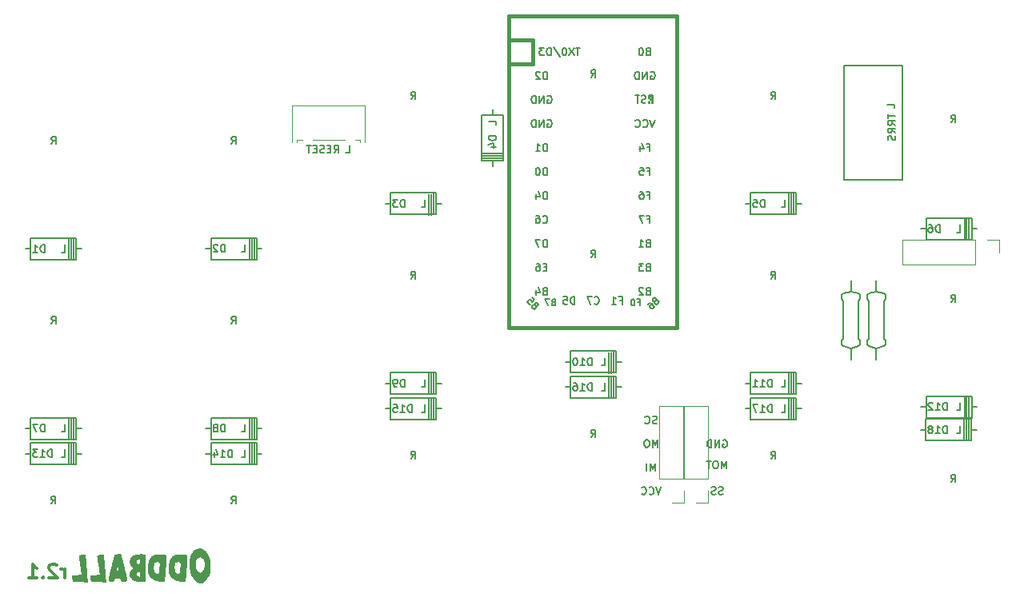
<source format=gbr>
G04 #@! TF.GenerationSoftware,KiCad,Pcbnew,(5.1.0)-1*
G04 #@! TF.CreationDate,2020-10-31T22:30:08+11:00*
G04 #@! TF.ProjectId,oddball,6f646462-616c-46c2-9e6b-696361645f70,rev?*
G04 #@! TF.SameCoordinates,Original*
G04 #@! TF.FileFunction,Legend,Bot*
G04 #@! TF.FilePolarity,Positive*
%FSLAX46Y46*%
G04 Gerber Fmt 4.6, Leading zero omitted, Abs format (unit mm)*
G04 Created by KiCad (PCBNEW (5.1.0)-1) date 2020-10-31 22:30:08*
%MOMM*%
%LPD*%
G04 APERTURE LIST*
%ADD10C,0.150000*%
%ADD11C,0.300000*%
%ADD12C,0.120000*%
%ADD13C,0.203200*%
%ADD14C,0.010000*%
%ADD15C,0.381000*%
G04 APERTURE END LIST*
D10*
X144435714Y-100611904D02*
X144435714Y-99811904D01*
X144169047Y-100383333D01*
X143902380Y-99811904D01*
X143902380Y-100611904D01*
X143369047Y-99811904D02*
X143216666Y-99811904D01*
X143140476Y-99850000D01*
X143064285Y-99926190D01*
X143026190Y-100078571D01*
X143026190Y-100345238D01*
X143064285Y-100497619D01*
X143140476Y-100573809D01*
X143216666Y-100611904D01*
X143369047Y-100611904D01*
X143445238Y-100573809D01*
X143521428Y-100497619D01*
X143559523Y-100345238D01*
X143559523Y-100078571D01*
X143521428Y-99926190D01*
X143445238Y-99850000D01*
X143369047Y-99811904D01*
X144816666Y-104811904D02*
X144550000Y-105611904D01*
X144283333Y-104811904D01*
X143559523Y-105535714D02*
X143597619Y-105573809D01*
X143711904Y-105611904D01*
X143788095Y-105611904D01*
X143902380Y-105573809D01*
X143978571Y-105497619D01*
X144016666Y-105421428D01*
X144054761Y-105269047D01*
X144054761Y-105154761D01*
X144016666Y-105002380D01*
X143978571Y-104926190D01*
X143902380Y-104850000D01*
X143788095Y-104811904D01*
X143711904Y-104811904D01*
X143597619Y-104850000D01*
X143559523Y-104888095D01*
X142759523Y-105535714D02*
X142797619Y-105573809D01*
X142911904Y-105611904D01*
X142988095Y-105611904D01*
X143102380Y-105573809D01*
X143178571Y-105497619D01*
X143216666Y-105421428D01*
X143254761Y-105269047D01*
X143254761Y-105154761D01*
X143216666Y-105002380D01*
X143178571Y-104926190D01*
X143102380Y-104850000D01*
X142988095Y-104811904D01*
X142911904Y-104811904D01*
X142797619Y-104850000D01*
X142759523Y-104888095D01*
X144207142Y-103111904D02*
X144207142Y-102311904D01*
X143940476Y-102883333D01*
X143673809Y-102311904D01*
X143673809Y-103111904D01*
X143292857Y-103111904D02*
X143292857Y-102311904D01*
X151359523Y-105573809D02*
X151245238Y-105611904D01*
X151054761Y-105611904D01*
X150978571Y-105573809D01*
X150940476Y-105535714D01*
X150902380Y-105459523D01*
X150902380Y-105383333D01*
X150940476Y-105307142D01*
X150978571Y-105269047D01*
X151054761Y-105230952D01*
X151207142Y-105192857D01*
X151283333Y-105154761D01*
X151321428Y-105116666D01*
X151359523Y-105040476D01*
X151359523Y-104964285D01*
X151321428Y-104888095D01*
X151283333Y-104850000D01*
X151207142Y-104811904D01*
X151016666Y-104811904D01*
X150902380Y-104850000D01*
X150597619Y-105573809D02*
X150483333Y-105611904D01*
X150292857Y-105611904D01*
X150216666Y-105573809D01*
X150178571Y-105535714D01*
X150140476Y-105459523D01*
X150140476Y-105383333D01*
X150178571Y-105307142D01*
X150216666Y-105269047D01*
X150292857Y-105230952D01*
X150445238Y-105192857D01*
X150521428Y-105154761D01*
X150559523Y-105116666D01*
X150597619Y-105040476D01*
X150597619Y-104964285D01*
X150559523Y-104888095D01*
X150521428Y-104850000D01*
X150445238Y-104811904D01*
X150254761Y-104811904D01*
X150140476Y-104850000D01*
X151740476Y-102861904D02*
X151740476Y-102061904D01*
X151473809Y-102633333D01*
X151207142Y-102061904D01*
X151207142Y-102861904D01*
X150673809Y-102061904D02*
X150521428Y-102061904D01*
X150445238Y-102100000D01*
X150369047Y-102176190D01*
X150330952Y-102328571D01*
X150330952Y-102595238D01*
X150369047Y-102747619D01*
X150445238Y-102823809D01*
X150521428Y-102861904D01*
X150673809Y-102861904D01*
X150750000Y-102823809D01*
X150826190Y-102747619D01*
X150864285Y-102595238D01*
X150864285Y-102328571D01*
X150826190Y-102176190D01*
X150750000Y-102100000D01*
X150673809Y-102061904D01*
X150102380Y-102061904D02*
X149645238Y-102061904D01*
X149873809Y-102861904D02*
X149873809Y-102061904D01*
X151359523Y-99850000D02*
X151435714Y-99811904D01*
X151550000Y-99811904D01*
X151664285Y-99850000D01*
X151740476Y-99926190D01*
X151778571Y-100002380D01*
X151816666Y-100154761D01*
X151816666Y-100269047D01*
X151778571Y-100421428D01*
X151740476Y-100497619D01*
X151664285Y-100573809D01*
X151550000Y-100611904D01*
X151473809Y-100611904D01*
X151359523Y-100573809D01*
X151321428Y-100535714D01*
X151321428Y-100269047D01*
X151473809Y-100269047D01*
X150978571Y-100611904D02*
X150978571Y-99811904D01*
X150521428Y-100611904D01*
X150521428Y-99811904D01*
X150140476Y-100611904D02*
X150140476Y-99811904D01*
X149950000Y-99811904D01*
X149835714Y-99850000D01*
X149759523Y-99926190D01*
X149721428Y-100002380D01*
X149683333Y-100154761D01*
X149683333Y-100269047D01*
X149721428Y-100421428D01*
X149759523Y-100497619D01*
X149835714Y-100573809D01*
X149950000Y-100611904D01*
X150140476Y-100611904D01*
D11*
X81743857Y-114470571D02*
X81743857Y-113470571D01*
X81743857Y-113756285D02*
X81672428Y-113613428D01*
X81601000Y-113542000D01*
X81458142Y-113470571D01*
X81315285Y-113470571D01*
X80886714Y-113113428D02*
X80815285Y-113042000D01*
X80672428Y-112970571D01*
X80315285Y-112970571D01*
X80172428Y-113042000D01*
X80101000Y-113113428D01*
X80029571Y-113256285D01*
X80029571Y-113399142D01*
X80101000Y-113613428D01*
X80958142Y-114470571D01*
X80029571Y-114470571D01*
X79386714Y-114327714D02*
X79315285Y-114399142D01*
X79386714Y-114470571D01*
X79458142Y-114399142D01*
X79386714Y-114327714D01*
X79386714Y-114470571D01*
X77886714Y-114470571D02*
X78743857Y-114470571D01*
X78315285Y-114470571D02*
X78315285Y-112970571D01*
X78458142Y-113184857D01*
X78601000Y-113327714D01*
X78743857Y-113399142D01*
D10*
X144378571Y-98073809D02*
X144264285Y-98111904D01*
X144073809Y-98111904D01*
X143997619Y-98073809D01*
X143959523Y-98035714D01*
X143921428Y-97959523D01*
X143921428Y-97883333D01*
X143959523Y-97807142D01*
X143997619Y-97769047D01*
X144073809Y-97730952D01*
X144226190Y-97692857D01*
X144302380Y-97654761D01*
X144340476Y-97616666D01*
X144378571Y-97540476D01*
X144378571Y-97464285D01*
X144340476Y-97388095D01*
X144302380Y-97350000D01*
X144226190Y-97311904D01*
X144035714Y-97311904D01*
X143921428Y-97350000D01*
X143121428Y-98035714D02*
X143159523Y-98073809D01*
X143273809Y-98111904D01*
X143350000Y-98111904D01*
X143464285Y-98073809D01*
X143540476Y-97997619D01*
X143578571Y-97921428D01*
X143616666Y-97769047D01*
X143616666Y-97654761D01*
X143578571Y-97502380D01*
X143540476Y-97426190D01*
X143464285Y-97350000D01*
X143350000Y-97311904D01*
X143273809Y-97311904D01*
X143159523Y-97350000D01*
X143121428Y-97388095D01*
X164216000Y-60198000D02*
X170316000Y-60198000D01*
X164216000Y-72298000D02*
X170316000Y-72298000D01*
X164216000Y-60198000D02*
X164216000Y-72298000D01*
X170316000Y-60198000D02*
X170316000Y-72298000D01*
X167600000Y-84100000D02*
X167600000Y-82900000D01*
X168400000Y-89900000D02*
X167600000Y-90100000D01*
X168600000Y-89700000D02*
X168400000Y-89900000D01*
X168600000Y-89300000D02*
X168600000Y-89700000D01*
X168400000Y-89100000D02*
X168600000Y-89300000D01*
X168400000Y-85100000D02*
X168400000Y-89100000D01*
X168600000Y-84900000D02*
X168400000Y-85100000D01*
X168600000Y-84500000D02*
X168600000Y-84900000D01*
X168400000Y-84300000D02*
X168600000Y-84500000D01*
X167600000Y-84100000D02*
X168400000Y-84300000D01*
X166800000Y-84300000D02*
X167600000Y-84100000D01*
X166600000Y-84500000D02*
X166800000Y-84300000D01*
X166600000Y-84900000D02*
X166600000Y-84500000D01*
X166800000Y-85100000D02*
X166600000Y-84900000D01*
X166800000Y-89100000D02*
X166800000Y-85100000D01*
X166600000Y-89300000D02*
X166800000Y-89100000D01*
X166600000Y-89700000D02*
X166600000Y-89300000D01*
X166800000Y-89900000D02*
X166600000Y-89700000D01*
X167600000Y-90100000D02*
X166800000Y-89900000D01*
X167600000Y-91300000D02*
X167600000Y-90100000D01*
X164900000Y-90100000D02*
X164900000Y-91300000D01*
X164100000Y-84300000D02*
X164900000Y-84100000D01*
X163900000Y-84500000D02*
X164100000Y-84300000D01*
X163900000Y-84900000D02*
X163900000Y-84500000D01*
X164100000Y-85100000D02*
X163900000Y-84900000D01*
X164100000Y-89100000D02*
X164100000Y-85100000D01*
X163900000Y-89300000D02*
X164100000Y-89100000D01*
X163900000Y-89700000D02*
X163900000Y-89300000D01*
X164100000Y-89900000D02*
X163900000Y-89700000D01*
X164900000Y-90100000D02*
X164100000Y-89900000D01*
X165700000Y-89900000D02*
X164900000Y-90100000D01*
X165900000Y-89700000D02*
X165700000Y-89900000D01*
X165900000Y-89300000D02*
X165900000Y-89700000D01*
X165700000Y-89100000D02*
X165900000Y-89300000D01*
X165700000Y-85100000D02*
X165700000Y-89100000D01*
X165900000Y-84900000D02*
X165700000Y-85100000D01*
X165900000Y-84500000D02*
X165900000Y-84900000D01*
X165700000Y-84300000D02*
X165900000Y-84500000D01*
X164900000Y-84100000D02*
X165700000Y-84300000D01*
X164900000Y-82900000D02*
X164900000Y-84100000D01*
D12*
X106833903Y-68026000D02*
X106293903Y-68026000D01*
X111333903Y-68026000D02*
X107933903Y-68026000D01*
X112973903Y-68026000D02*
X112433903Y-68026000D01*
X112973903Y-68026000D02*
X112973903Y-68256000D01*
X106293903Y-68026000D02*
X106293903Y-68256000D01*
X113493903Y-64356000D02*
X105773903Y-64356000D01*
X113493903Y-64356000D02*
X113493903Y-68256000D01*
X105773903Y-64356000D02*
X105773903Y-68256000D01*
X148480000Y-106500000D02*
X149810000Y-106500000D01*
X149810000Y-106500000D02*
X149810000Y-105170000D01*
X149810000Y-103900000D02*
X149810000Y-96220000D01*
X147150000Y-96220000D02*
X149810000Y-96220000D01*
X147150000Y-103900000D02*
X147150000Y-96220000D01*
X147150000Y-103900000D02*
X149810000Y-103900000D01*
X145940000Y-106500000D02*
X147270000Y-106500000D01*
X147270000Y-106500000D02*
X147270000Y-105170000D01*
X147270000Y-103900000D02*
X147270000Y-96220000D01*
X144610000Y-96220000D02*
X147270000Y-96220000D01*
X144610000Y-103900000D02*
X144610000Y-96220000D01*
X144610000Y-103900000D02*
X147270000Y-103900000D01*
X180630000Y-79930000D02*
X180630000Y-78600000D01*
X180630000Y-78600000D02*
X179300000Y-78600000D01*
X178030000Y-78600000D02*
X170350000Y-78600000D01*
X170350000Y-81260000D02*
X170350000Y-78600000D01*
X178030000Y-81260000D02*
X170350000Y-81260000D01*
X178030000Y-81260000D02*
X178030000Y-78600000D01*
D13*
X177683000Y-77470000D02*
X178254500Y-77470000D01*
X172857000Y-77470000D02*
X172285500Y-77470000D01*
X172857000Y-76327000D02*
X172857000Y-78613000D01*
X177683000Y-78613000D02*
X177683000Y-76327000D01*
X172857000Y-78613000D02*
X177683000Y-78613000D01*
X177683000Y-76327000D02*
X172857000Y-76327000D01*
D10*
X177420000Y-78570000D02*
X177420000Y-76370000D01*
X176920000Y-78620000D02*
X176920000Y-76420000D01*
X177170000Y-76420000D02*
X177170000Y-78620000D01*
D13*
X140083000Y-91570000D02*
X140654500Y-91570000D01*
X135257000Y-91570000D02*
X134685500Y-91570000D01*
X135257000Y-90427000D02*
X135257000Y-92713000D01*
X140083000Y-92713000D02*
X140083000Y-90427000D01*
X135257000Y-92713000D02*
X140083000Y-92713000D01*
X140083000Y-90427000D02*
X135257000Y-90427000D01*
D10*
X139820000Y-92670000D02*
X139820000Y-90470000D01*
X139320000Y-92720000D02*
X139320000Y-90520000D01*
X139570000Y-90520000D02*
X139570000Y-92720000D01*
D13*
X159133000Y-93840000D02*
X159704500Y-93840000D01*
X154307000Y-93840000D02*
X153735500Y-93840000D01*
X154307000Y-92697000D02*
X154307000Y-94983000D01*
X159133000Y-94983000D02*
X159133000Y-92697000D01*
X154307000Y-94983000D02*
X159133000Y-94983000D01*
X159133000Y-92697000D02*
X154307000Y-92697000D01*
D10*
X158870000Y-94940000D02*
X158870000Y-92740000D01*
X158370000Y-94990000D02*
X158370000Y-92790000D01*
X158620000Y-92790000D02*
X158620000Y-94990000D01*
D13*
X177683000Y-96320000D02*
X178254500Y-96320000D01*
X172857000Y-96320000D02*
X172285500Y-96320000D01*
X172857000Y-95177000D02*
X172857000Y-97463000D01*
X177683000Y-97463000D02*
X177683000Y-95177000D01*
X172857000Y-97463000D02*
X177683000Y-97463000D01*
X177683000Y-95177000D02*
X172857000Y-95177000D01*
D10*
X177420000Y-97420000D02*
X177420000Y-95220000D01*
X176920000Y-97470000D02*
X176920000Y-95270000D01*
X177170000Y-95270000D02*
X177170000Y-97470000D01*
D13*
X121023000Y-93830000D02*
X121594500Y-93830000D01*
X116197000Y-93830000D02*
X115625500Y-93830000D01*
X116197000Y-92687000D02*
X116197000Y-94973000D01*
X121023000Y-94973000D02*
X121023000Y-92687000D01*
X116197000Y-94973000D02*
X121023000Y-94973000D01*
X121023000Y-92687000D02*
X116197000Y-92687000D01*
D10*
X120760000Y-94930000D02*
X120760000Y-92730000D01*
X120260000Y-94980000D02*
X120260000Y-92780000D01*
X120510000Y-92780000D02*
X120510000Y-94980000D01*
D13*
X121023000Y-74800000D02*
X121594500Y-74800000D01*
X116197000Y-74800000D02*
X115625500Y-74800000D01*
X116197000Y-73657000D02*
X116197000Y-75943000D01*
X121023000Y-75943000D02*
X121023000Y-73657000D01*
X116197000Y-75943000D02*
X121023000Y-75943000D01*
X121023000Y-73657000D02*
X116197000Y-73657000D01*
D10*
X120760000Y-75900000D02*
X120760000Y-73700000D01*
X120260000Y-75950000D02*
X120260000Y-73750000D01*
X120510000Y-73750000D02*
X120510000Y-75950000D01*
D13*
X82933000Y-98600000D02*
X83504500Y-98600000D01*
X78107000Y-98600000D02*
X77535500Y-98600000D01*
X78107000Y-97457000D02*
X78107000Y-99743000D01*
X82933000Y-99743000D02*
X82933000Y-97457000D01*
X78107000Y-99743000D02*
X82933000Y-99743000D01*
X82933000Y-97457000D02*
X78107000Y-97457000D01*
D10*
X82670000Y-99700000D02*
X82670000Y-97500000D01*
X82170000Y-99750000D02*
X82170000Y-97550000D01*
X82420000Y-97550000D02*
X82420000Y-99750000D01*
D13*
X102003000Y-98610000D02*
X102574500Y-98610000D01*
X97177000Y-98610000D02*
X96605500Y-98610000D01*
X97177000Y-97467000D02*
X97177000Y-99753000D01*
X102003000Y-99753000D02*
X102003000Y-97467000D01*
X97177000Y-99753000D02*
X102003000Y-99753000D01*
X102003000Y-97467000D02*
X97177000Y-97467000D01*
D10*
X101740000Y-99710000D02*
X101740000Y-97510000D01*
X101240000Y-99760000D02*
X101240000Y-97560000D01*
X101490000Y-97560000D02*
X101490000Y-99760000D01*
D13*
X82933000Y-79590000D02*
X83504500Y-79590000D01*
X78107000Y-79590000D02*
X77535500Y-79590000D01*
X78107000Y-78447000D02*
X78107000Y-80733000D01*
X82933000Y-80733000D02*
X82933000Y-78447000D01*
X78107000Y-80733000D02*
X82933000Y-80733000D01*
X82933000Y-78447000D02*
X78107000Y-78447000D01*
D10*
X82670000Y-80690000D02*
X82670000Y-78490000D01*
X82170000Y-80740000D02*
X82170000Y-78540000D01*
X82420000Y-78540000D02*
X82420000Y-80740000D01*
D13*
X159133000Y-74790000D02*
X159704500Y-74790000D01*
X154307000Y-74790000D02*
X153735500Y-74790000D01*
X154307000Y-73647000D02*
X154307000Y-75933000D01*
X159133000Y-75933000D02*
X159133000Y-73647000D01*
X154307000Y-75933000D02*
X159133000Y-75933000D01*
X159133000Y-73647000D02*
X154307000Y-73647000D01*
D10*
X158870000Y-75890000D02*
X158870000Y-73690000D01*
X158370000Y-75940000D02*
X158370000Y-73740000D01*
X158620000Y-73740000D02*
X158620000Y-75940000D01*
D13*
X127000000Y-70223000D02*
X127000000Y-70794500D01*
X127000000Y-65397000D02*
X127000000Y-64825500D01*
X128143000Y-65397000D02*
X125857000Y-65397000D01*
X125857000Y-70223000D02*
X128143000Y-70223000D01*
X125857000Y-65397000D02*
X125857000Y-70223000D01*
X128143000Y-70223000D02*
X128143000Y-65397000D01*
D10*
X125900000Y-69960000D02*
X128100000Y-69960000D01*
X125850000Y-69460000D02*
X128050000Y-69460000D01*
X128050000Y-69710000D02*
X125850000Y-69710000D01*
D13*
X102003000Y-79550000D02*
X102574500Y-79550000D01*
X97177000Y-79550000D02*
X96605500Y-79550000D01*
X97177000Y-78407000D02*
X97177000Y-80693000D01*
X102003000Y-80693000D02*
X102003000Y-78407000D01*
X97177000Y-80693000D02*
X102003000Y-80693000D01*
X102003000Y-78407000D02*
X97177000Y-78407000D01*
D10*
X101740000Y-80650000D02*
X101740000Y-78450000D01*
X101240000Y-80700000D02*
X101240000Y-78500000D01*
X101490000Y-78500000D02*
X101490000Y-80700000D01*
D13*
X102003000Y-101280000D02*
X102574500Y-101280000D01*
X97177000Y-101280000D02*
X96605500Y-101280000D01*
X97177000Y-100137000D02*
X97177000Y-102423000D01*
X102003000Y-102423000D02*
X102003000Y-100137000D01*
X97177000Y-102423000D02*
X102003000Y-102423000D01*
X102003000Y-100137000D02*
X97177000Y-100137000D01*
D10*
X101740000Y-102380000D02*
X101740000Y-100180000D01*
X101240000Y-102430000D02*
X101240000Y-100230000D01*
X101490000Y-100230000D02*
X101490000Y-102430000D01*
D13*
X82933000Y-101270000D02*
X83504500Y-101270000D01*
X78107000Y-101270000D02*
X77535500Y-101270000D01*
X78107000Y-100127000D02*
X78107000Y-102413000D01*
X82933000Y-102413000D02*
X82933000Y-100127000D01*
X78107000Y-102413000D02*
X82933000Y-102413000D01*
X82933000Y-100127000D02*
X78107000Y-100127000D01*
D10*
X82670000Y-102370000D02*
X82670000Y-100170000D01*
X82170000Y-102420000D02*
X82170000Y-100220000D01*
X82420000Y-100220000D02*
X82420000Y-102420000D01*
D13*
X121023000Y-96510000D02*
X121594500Y-96510000D01*
X116197000Y-96510000D02*
X115625500Y-96510000D01*
X116197000Y-95367000D02*
X116197000Y-97653000D01*
X121023000Y-97653000D02*
X121023000Y-95367000D01*
X116197000Y-97653000D02*
X121023000Y-97653000D01*
X121023000Y-95367000D02*
X116197000Y-95367000D01*
D10*
X120760000Y-97610000D02*
X120760000Y-95410000D01*
X120260000Y-97660000D02*
X120260000Y-95460000D01*
X120510000Y-95460000D02*
X120510000Y-97660000D01*
D13*
X140083000Y-94230000D02*
X140654500Y-94230000D01*
X135257000Y-94230000D02*
X134685500Y-94230000D01*
X135257000Y-93087000D02*
X135257000Y-95373000D01*
X140083000Y-95373000D02*
X140083000Y-93087000D01*
X135257000Y-95373000D02*
X140083000Y-95373000D01*
X140083000Y-93087000D02*
X135257000Y-93087000D01*
D10*
X139820000Y-95330000D02*
X139820000Y-93130000D01*
X139320000Y-95380000D02*
X139320000Y-93180000D01*
X139570000Y-93180000D02*
X139570000Y-95380000D01*
D13*
X159133000Y-96520000D02*
X159704500Y-96520000D01*
X154307000Y-96520000D02*
X153735500Y-96520000D01*
X154307000Y-95377000D02*
X154307000Y-97663000D01*
X159133000Y-97663000D02*
X159133000Y-95377000D01*
X154307000Y-97663000D02*
X159133000Y-97663000D01*
X159133000Y-95377000D02*
X154307000Y-95377000D01*
D10*
X158870000Y-97620000D02*
X158870000Y-95420000D01*
X158370000Y-97670000D02*
X158370000Y-95470000D01*
X158620000Y-95470000D02*
X158620000Y-97670000D01*
D13*
X177663000Y-98750000D02*
X178234500Y-98750000D01*
X172837000Y-98750000D02*
X172265500Y-98750000D01*
X172837000Y-97607000D02*
X172837000Y-99893000D01*
X177663000Y-99893000D02*
X177663000Y-97607000D01*
X172837000Y-99893000D02*
X177663000Y-99893000D01*
X177663000Y-97607000D02*
X172837000Y-97607000D01*
D10*
X177400000Y-99850000D02*
X177400000Y-97650000D01*
X176900000Y-99900000D02*
X176900000Y-97700000D01*
X177150000Y-97700000D02*
X177150000Y-99900000D01*
D14*
G36*
X89718596Y-111930639D02*
G01*
X89715166Y-111930709D01*
X89603810Y-111935699D01*
X89495353Y-111945810D01*
X89390448Y-111960825D01*
X89289747Y-111980527D01*
X89193904Y-112004701D01*
X89103572Y-112033130D01*
X89019404Y-112065597D01*
X88942052Y-112101886D01*
X88872169Y-112141781D01*
X88810409Y-112185066D01*
X88757424Y-112231523D01*
X88734592Y-112255686D01*
X88684911Y-112318636D01*
X88644855Y-112384245D01*
X88614213Y-112453079D01*
X88592771Y-112525703D01*
X88580319Y-112602682D01*
X88576621Y-112676862D01*
X88580679Y-112758800D01*
X88593355Y-112836755D01*
X88614976Y-112911702D01*
X88645865Y-112984615D01*
X88686349Y-113056465D01*
X88719945Y-113105793D01*
X88730145Y-113118380D01*
X88746465Y-113136779D01*
X88767724Y-113159736D01*
X88792741Y-113185999D01*
X88820333Y-113214315D01*
X88849319Y-113243431D01*
X88856101Y-113250150D01*
X88966781Y-113359521D01*
X88880280Y-113453350D01*
X88831062Y-113507539D01*
X88788618Y-113556128D01*
X88752109Y-113600243D01*
X88720693Y-113641011D01*
X88693534Y-113679560D01*
X88669789Y-113717016D01*
X88648621Y-113754507D01*
X88632910Y-113785422D01*
X88605684Y-113847054D01*
X88586115Y-113904923D01*
X88573690Y-113961302D01*
X88567894Y-114018465D01*
X88567944Y-114072960D01*
X88573362Y-114132094D01*
X88584700Y-114188021D01*
X88602535Y-114242027D01*
X88627447Y-114295397D01*
X88660014Y-114349419D01*
X88700815Y-114405378D01*
X88737584Y-114449875D01*
X88795227Y-114508976D01*
X88860610Y-114561717D01*
X88933772Y-114608116D01*
X89014749Y-114648187D01*
X89103580Y-114681947D01*
X89200302Y-114709412D01*
X89304955Y-114730597D01*
X89417575Y-114745519D01*
X89447740Y-114748338D01*
X89479154Y-114750315D01*
X89519612Y-114751693D01*
X89568018Y-114752481D01*
X89623274Y-114752686D01*
X89684284Y-114752317D01*
X89749950Y-114751382D01*
X89819175Y-114749888D01*
X89890862Y-114747844D01*
X89963914Y-114745257D01*
X89984950Y-114744417D01*
X90171640Y-114736766D01*
X90171640Y-114223720D01*
X89709314Y-114223720D01*
X89709196Y-114259047D01*
X89708622Y-114289159D01*
X89707565Y-114312907D01*
X89705998Y-114329141D01*
X89703893Y-114336709D01*
X89703188Y-114337120D01*
X89696447Y-114336194D01*
X89681412Y-114333619D01*
X89659757Y-114329699D01*
X89633160Y-114324737D01*
X89603296Y-114319036D01*
X89603155Y-114319008D01*
X89537958Y-114305366D01*
X89481748Y-114291206D01*
X89433352Y-114276113D01*
X89391597Y-114259669D01*
X89355309Y-114241458D01*
X89323317Y-114221064D01*
X89319410Y-114218229D01*
X89282696Y-114185565D01*
X89255015Y-114148396D01*
X89236395Y-114106920D01*
X89226862Y-114061334D01*
X89226445Y-114011836D01*
X89235170Y-113958623D01*
X89253064Y-113901893D01*
X89270373Y-113861640D01*
X89290533Y-113827777D01*
X89316684Y-113799379D01*
X89349518Y-113776064D01*
X89389723Y-113757446D01*
X89437991Y-113743141D01*
X89495012Y-113732765D01*
X89503942Y-113731577D01*
X89552342Y-113728835D01*
X89596114Y-113733335D01*
X89633995Y-113744918D01*
X89642463Y-113748937D01*
X89659073Y-113758770D01*
X89670989Y-113769783D01*
X89679413Y-113784134D01*
X89685547Y-113803980D01*
X89690592Y-113831478D01*
X89691380Y-113836740D01*
X89694330Y-113860942D01*
X89697095Y-113891434D01*
X89699649Y-113927064D01*
X89701963Y-113966681D01*
X89704012Y-114009136D01*
X89705767Y-114053279D01*
X89707202Y-114097959D01*
X89708290Y-114142026D01*
X89709003Y-114184330D01*
X89709314Y-114223720D01*
X90171640Y-114223720D01*
X90171640Y-112604278D01*
X89706779Y-112604278D01*
X89706572Y-112641248D01*
X89705872Y-112678084D01*
X89704681Y-112713073D01*
X89703000Y-112744503D01*
X89700831Y-112770659D01*
X89700044Y-112777560D01*
X89693842Y-112821640D01*
X89687088Y-112856724D01*
X89679305Y-112883973D01*
X89670018Y-112904549D01*
X89658752Y-112919614D01*
X89645030Y-112930332D01*
X89635584Y-112935090D01*
X89598510Y-112947408D01*
X89552741Y-112956252D01*
X89498004Y-112961657D01*
X89434026Y-112963658D01*
X89414720Y-112963616D01*
X89384399Y-112963163D01*
X89362214Y-112962256D01*
X89346145Y-112960662D01*
X89334172Y-112958148D01*
X89324273Y-112954484D01*
X89320791Y-112952820D01*
X89306214Y-112942497D01*
X89293267Y-112926428D01*
X89281410Y-112903549D01*
X89270108Y-112872796D01*
X89258821Y-112833103D01*
X89257319Y-112827198D01*
X89242819Y-112760101D01*
X89235001Y-112700397D01*
X89233884Y-112647808D01*
X89239485Y-112602059D01*
X89251824Y-112562870D01*
X89270920Y-112529966D01*
X89278097Y-112521132D01*
X89307718Y-112494269D01*
X89346237Y-112470792D01*
X89392861Y-112451044D01*
X89446794Y-112435365D01*
X89501903Y-112424871D01*
X89538802Y-112419976D01*
X89568375Y-112417585D01*
X89593143Y-112417695D01*
X89615628Y-112420305D01*
X89635903Y-112424766D01*
X89665203Y-112436084D01*
X89686257Y-112452861D01*
X89699693Y-112475611D01*
X89700353Y-112477407D01*
X89702639Y-112489340D01*
X89704422Y-112509707D01*
X89705706Y-112536795D01*
X89706491Y-112568890D01*
X89706779Y-112604278D01*
X90171640Y-112604278D01*
X90171640Y-111975734D01*
X90135628Y-111967543D01*
X90070266Y-111954027D01*
X90006216Y-111943717D01*
X89941252Y-111936418D01*
X89873146Y-111931936D01*
X89799669Y-111930074D01*
X89718596Y-111930639D01*
X89718596Y-111930639D01*
G37*
X89718596Y-111930639D02*
X89715166Y-111930709D01*
X89603810Y-111935699D01*
X89495353Y-111945810D01*
X89390448Y-111960825D01*
X89289747Y-111980527D01*
X89193904Y-112004701D01*
X89103572Y-112033130D01*
X89019404Y-112065597D01*
X88942052Y-112101886D01*
X88872169Y-112141781D01*
X88810409Y-112185066D01*
X88757424Y-112231523D01*
X88734592Y-112255686D01*
X88684911Y-112318636D01*
X88644855Y-112384245D01*
X88614213Y-112453079D01*
X88592771Y-112525703D01*
X88580319Y-112602682D01*
X88576621Y-112676862D01*
X88580679Y-112758800D01*
X88593355Y-112836755D01*
X88614976Y-112911702D01*
X88645865Y-112984615D01*
X88686349Y-113056465D01*
X88719945Y-113105793D01*
X88730145Y-113118380D01*
X88746465Y-113136779D01*
X88767724Y-113159736D01*
X88792741Y-113185999D01*
X88820333Y-113214315D01*
X88849319Y-113243431D01*
X88856101Y-113250150D01*
X88966781Y-113359521D01*
X88880280Y-113453350D01*
X88831062Y-113507539D01*
X88788618Y-113556128D01*
X88752109Y-113600243D01*
X88720693Y-113641011D01*
X88693534Y-113679560D01*
X88669789Y-113717016D01*
X88648621Y-113754507D01*
X88632910Y-113785422D01*
X88605684Y-113847054D01*
X88586115Y-113904923D01*
X88573690Y-113961302D01*
X88567894Y-114018465D01*
X88567944Y-114072960D01*
X88573362Y-114132094D01*
X88584700Y-114188021D01*
X88602535Y-114242027D01*
X88627447Y-114295397D01*
X88660014Y-114349419D01*
X88700815Y-114405378D01*
X88737584Y-114449875D01*
X88795227Y-114508976D01*
X88860610Y-114561717D01*
X88933772Y-114608116D01*
X89014749Y-114648187D01*
X89103580Y-114681947D01*
X89200302Y-114709412D01*
X89304955Y-114730597D01*
X89417575Y-114745519D01*
X89447740Y-114748338D01*
X89479154Y-114750315D01*
X89519612Y-114751693D01*
X89568018Y-114752481D01*
X89623274Y-114752686D01*
X89684284Y-114752317D01*
X89749950Y-114751382D01*
X89819175Y-114749888D01*
X89890862Y-114747844D01*
X89963914Y-114745257D01*
X89984950Y-114744417D01*
X90171640Y-114736766D01*
X90171640Y-114223720D01*
X89709314Y-114223720D01*
X89709196Y-114259047D01*
X89708622Y-114289159D01*
X89707565Y-114312907D01*
X89705998Y-114329141D01*
X89703893Y-114336709D01*
X89703188Y-114337120D01*
X89696447Y-114336194D01*
X89681412Y-114333619D01*
X89659757Y-114329699D01*
X89633160Y-114324737D01*
X89603296Y-114319036D01*
X89603155Y-114319008D01*
X89537958Y-114305366D01*
X89481748Y-114291206D01*
X89433352Y-114276113D01*
X89391597Y-114259669D01*
X89355309Y-114241458D01*
X89323317Y-114221064D01*
X89319410Y-114218229D01*
X89282696Y-114185565D01*
X89255015Y-114148396D01*
X89236395Y-114106920D01*
X89226862Y-114061334D01*
X89226445Y-114011836D01*
X89235170Y-113958623D01*
X89253064Y-113901893D01*
X89270373Y-113861640D01*
X89290533Y-113827777D01*
X89316684Y-113799379D01*
X89349518Y-113776064D01*
X89389723Y-113757446D01*
X89437991Y-113743141D01*
X89495012Y-113732765D01*
X89503942Y-113731577D01*
X89552342Y-113728835D01*
X89596114Y-113733335D01*
X89633995Y-113744918D01*
X89642463Y-113748937D01*
X89659073Y-113758770D01*
X89670989Y-113769783D01*
X89679413Y-113784134D01*
X89685547Y-113803980D01*
X89690592Y-113831478D01*
X89691380Y-113836740D01*
X89694330Y-113860942D01*
X89697095Y-113891434D01*
X89699649Y-113927064D01*
X89701963Y-113966681D01*
X89704012Y-114009136D01*
X89705767Y-114053279D01*
X89707202Y-114097959D01*
X89708290Y-114142026D01*
X89709003Y-114184330D01*
X89709314Y-114223720D01*
X90171640Y-114223720D01*
X90171640Y-112604278D01*
X89706779Y-112604278D01*
X89706572Y-112641248D01*
X89705872Y-112678084D01*
X89704681Y-112713073D01*
X89703000Y-112744503D01*
X89700831Y-112770659D01*
X89700044Y-112777560D01*
X89693842Y-112821640D01*
X89687088Y-112856724D01*
X89679305Y-112883973D01*
X89670018Y-112904549D01*
X89658752Y-112919614D01*
X89645030Y-112930332D01*
X89635584Y-112935090D01*
X89598510Y-112947408D01*
X89552741Y-112956252D01*
X89498004Y-112961657D01*
X89434026Y-112963658D01*
X89414720Y-112963616D01*
X89384399Y-112963163D01*
X89362214Y-112962256D01*
X89346145Y-112960662D01*
X89334172Y-112958148D01*
X89324273Y-112954484D01*
X89320791Y-112952820D01*
X89306214Y-112942497D01*
X89293267Y-112926428D01*
X89281410Y-112903549D01*
X89270108Y-112872796D01*
X89258821Y-112833103D01*
X89257319Y-112827198D01*
X89242819Y-112760101D01*
X89235001Y-112700397D01*
X89233884Y-112647808D01*
X89239485Y-112602059D01*
X89251824Y-112562870D01*
X89270920Y-112529966D01*
X89278097Y-112521132D01*
X89307718Y-112494269D01*
X89346237Y-112470792D01*
X89392861Y-112451044D01*
X89446794Y-112435365D01*
X89501903Y-112424871D01*
X89538802Y-112419976D01*
X89568375Y-112417585D01*
X89593143Y-112417695D01*
X89615628Y-112420305D01*
X89635903Y-112424766D01*
X89665203Y-112436084D01*
X89686257Y-112452861D01*
X89699693Y-112475611D01*
X89700353Y-112477407D01*
X89702639Y-112489340D01*
X89704422Y-112509707D01*
X89705706Y-112536795D01*
X89706491Y-112568890D01*
X89706779Y-112604278D01*
X90171640Y-112604278D01*
X90171640Y-111975734D01*
X90135628Y-111967543D01*
X90070266Y-111954027D01*
X90006216Y-111943717D01*
X89941252Y-111936418D01*
X89873146Y-111931936D01*
X89799669Y-111930074D01*
X89718596Y-111930639D01*
G36*
X87405403Y-111921120D02*
G01*
X87353686Y-111924648D01*
X87303175Y-111929037D01*
X87275198Y-111931849D01*
X87242336Y-111935468D01*
X87206082Y-111939699D01*
X87167932Y-111944346D01*
X87129381Y-111949214D01*
X87091923Y-111954109D01*
X87057053Y-111958833D01*
X87026265Y-111963193D01*
X87001055Y-111966992D01*
X86982916Y-111970035D01*
X86973344Y-111972128D01*
X86973240Y-111972162D01*
X86968445Y-111977861D01*
X86963500Y-111989697D01*
X86962369Y-111993530D01*
X86949594Y-112041301D01*
X86934774Y-112097329D01*
X86918091Y-112160899D01*
X86899727Y-112231294D01*
X86879863Y-112307800D01*
X86858680Y-112389700D01*
X86836362Y-112476279D01*
X86813088Y-112566822D01*
X86789042Y-112660612D01*
X86764403Y-112756934D01*
X86739356Y-112855072D01*
X86714080Y-112954311D01*
X86688757Y-113053935D01*
X86663570Y-113153229D01*
X86638700Y-113251476D01*
X86614328Y-113347962D01*
X86590637Y-113441970D01*
X86567807Y-113532784D01*
X86546021Y-113619690D01*
X86525460Y-113701972D01*
X86506306Y-113778913D01*
X86488741Y-113849799D01*
X86472945Y-113913913D01*
X86459102Y-113970540D01*
X86447392Y-114018964D01*
X86437998Y-114058470D01*
X86435797Y-114067880D01*
X86412400Y-114170733D01*
X86392334Y-114264009D01*
X86375596Y-114347729D01*
X86362182Y-114421914D01*
X86352088Y-114486584D01*
X86345312Y-114541759D01*
X86341848Y-114587461D01*
X86341354Y-114608208D01*
X86342411Y-114641357D01*
X86346188Y-114666553D01*
X86353531Y-114685828D01*
X86365280Y-114701212D01*
X86382280Y-114714737D01*
X86386768Y-114717640D01*
X86412425Y-114731491D01*
X86441252Y-114742396D01*
X86474544Y-114750587D01*
X86513601Y-114756296D01*
X86559717Y-114759753D01*
X86614192Y-114761192D01*
X86630880Y-114761265D01*
X86666235Y-114761168D01*
X86693341Y-114760743D01*
X86714106Y-114759828D01*
X86730441Y-114758263D01*
X86744255Y-114755888D01*
X86757456Y-114752540D01*
X86766304Y-114749865D01*
X86787600Y-114742301D01*
X86803030Y-114733989D01*
X86816718Y-114722347D01*
X86825980Y-114712500D01*
X86834060Y-114703149D01*
X86841390Y-114693546D01*
X86848720Y-114682334D01*
X86856797Y-114668151D01*
X86866370Y-114649638D01*
X86878189Y-114625433D01*
X86893000Y-114594178D01*
X86903950Y-114570800D01*
X86926982Y-114528987D01*
X86952597Y-114496777D01*
X86981037Y-114473887D01*
X86993203Y-114467304D01*
X87021683Y-114455952D01*
X87057425Y-114445069D01*
X87098989Y-114434825D01*
X87144933Y-114425395D01*
X87193817Y-114416951D01*
X87244200Y-114409665D01*
X87294642Y-114403709D01*
X87343701Y-114399257D01*
X87389937Y-114396480D01*
X87431910Y-114395552D01*
X87468177Y-114396645D01*
X87497299Y-114399931D01*
X87515748Y-114404726D01*
X87536576Y-114415386D01*
X87555121Y-114430893D01*
X87571945Y-114452190D01*
X87587611Y-114480221D01*
X87602680Y-114515928D01*
X87617714Y-114560254D01*
X87626878Y-114591120D01*
X87641653Y-114638880D01*
X87656075Y-114676999D01*
X87670385Y-114705976D01*
X87684820Y-114726312D01*
X87696337Y-114736509D01*
X87710435Y-114743453D01*
X87729724Y-114749950D01*
X87744597Y-114753483D01*
X87761206Y-114755598D01*
X87786029Y-114757453D01*
X87817121Y-114759016D01*
X87852539Y-114760252D01*
X87890337Y-114761128D01*
X87928573Y-114761610D01*
X87965303Y-114761664D01*
X87998581Y-114761256D01*
X88026465Y-114760354D01*
X88047010Y-114758923D01*
X88048569Y-114758751D01*
X88103266Y-114750318D01*
X88148647Y-114738640D01*
X88185065Y-114723593D01*
X88212870Y-114705055D01*
X88219117Y-114699265D01*
X88228515Y-114688999D01*
X88233632Y-114679645D01*
X88235752Y-114667465D01*
X88236160Y-114649682D01*
X88234835Y-114626410D01*
X88230857Y-114593403D01*
X88224226Y-114550656D01*
X88214941Y-114498163D01*
X88202999Y-114435918D01*
X88188401Y-114363915D01*
X88171145Y-114282149D01*
X88151229Y-114190613D01*
X88128652Y-114089301D01*
X88103414Y-113978209D01*
X88075512Y-113857329D01*
X88044947Y-113726657D01*
X88015725Y-113603060D01*
X87997952Y-113528545D01*
X87382280Y-113528545D01*
X87380924Y-113570101D01*
X87376625Y-113603331D01*
X87368754Y-113629082D01*
X87356687Y-113648199D01*
X87339796Y-113661528D01*
X87317454Y-113669917D01*
X87289035Y-113674211D01*
X87253913Y-113675256D01*
X87235400Y-113674881D01*
X87206190Y-113673525D01*
X87184128Y-113671243D01*
X87166216Y-113667564D01*
X87149453Y-113662014D01*
X87146681Y-113660922D01*
X87123741Y-113649281D01*
X87107439Y-113634705D01*
X87097380Y-113615983D01*
X87093171Y-113591906D01*
X87094417Y-113561265D01*
X87100723Y-113522850D01*
X87101087Y-113521075D01*
X87118576Y-113449623D01*
X87141805Y-113377861D01*
X87171564Y-113303546D01*
X87197352Y-113247460D01*
X87217174Y-113209101D01*
X87235156Y-113180378D01*
X87251651Y-113161003D01*
X87267012Y-113150692D01*
X87281593Y-113149159D01*
X87295745Y-113156117D01*
X87302471Y-113162370D01*
X87320436Y-113187238D01*
X87336625Y-113221088D01*
X87350772Y-113262853D01*
X87362612Y-113311469D01*
X87371877Y-113365868D01*
X87378301Y-113424986D01*
X87381318Y-113477817D01*
X87382280Y-113528545D01*
X87997952Y-113528545D01*
X87975878Y-113436007D01*
X87937744Y-113277610D01*
X87901344Y-113127954D01*
X87866701Y-112987122D01*
X87833838Y-112855199D01*
X87802776Y-112732269D01*
X87773539Y-112618417D01*
X87746148Y-112513727D01*
X87720627Y-112418284D01*
X87696996Y-112332173D01*
X87675280Y-112255477D01*
X87655500Y-112188281D01*
X87637679Y-112130670D01*
X87621838Y-112082727D01*
X87608002Y-112044538D01*
X87596191Y-112016187D01*
X87592781Y-112009083D01*
X87575126Y-111978640D01*
X87555659Y-111953217D01*
X87535885Y-111934564D01*
X87521314Y-111925883D01*
X87505355Y-111921870D01*
X87480926Y-111919735D01*
X87447712Y-111919483D01*
X87405403Y-111921120D01*
X87405403Y-111921120D01*
G37*
X87405403Y-111921120D02*
X87353686Y-111924648D01*
X87303175Y-111929037D01*
X87275198Y-111931849D01*
X87242336Y-111935468D01*
X87206082Y-111939699D01*
X87167932Y-111944346D01*
X87129381Y-111949214D01*
X87091923Y-111954109D01*
X87057053Y-111958833D01*
X87026265Y-111963193D01*
X87001055Y-111966992D01*
X86982916Y-111970035D01*
X86973344Y-111972128D01*
X86973240Y-111972162D01*
X86968445Y-111977861D01*
X86963500Y-111989697D01*
X86962369Y-111993530D01*
X86949594Y-112041301D01*
X86934774Y-112097329D01*
X86918091Y-112160899D01*
X86899727Y-112231294D01*
X86879863Y-112307800D01*
X86858680Y-112389700D01*
X86836362Y-112476279D01*
X86813088Y-112566822D01*
X86789042Y-112660612D01*
X86764403Y-112756934D01*
X86739356Y-112855072D01*
X86714080Y-112954311D01*
X86688757Y-113053935D01*
X86663570Y-113153229D01*
X86638700Y-113251476D01*
X86614328Y-113347962D01*
X86590637Y-113441970D01*
X86567807Y-113532784D01*
X86546021Y-113619690D01*
X86525460Y-113701972D01*
X86506306Y-113778913D01*
X86488741Y-113849799D01*
X86472945Y-113913913D01*
X86459102Y-113970540D01*
X86447392Y-114018964D01*
X86437998Y-114058470D01*
X86435797Y-114067880D01*
X86412400Y-114170733D01*
X86392334Y-114264009D01*
X86375596Y-114347729D01*
X86362182Y-114421914D01*
X86352088Y-114486584D01*
X86345312Y-114541759D01*
X86341848Y-114587461D01*
X86341354Y-114608208D01*
X86342411Y-114641357D01*
X86346188Y-114666553D01*
X86353531Y-114685828D01*
X86365280Y-114701212D01*
X86382280Y-114714737D01*
X86386768Y-114717640D01*
X86412425Y-114731491D01*
X86441252Y-114742396D01*
X86474544Y-114750587D01*
X86513601Y-114756296D01*
X86559717Y-114759753D01*
X86614192Y-114761192D01*
X86630880Y-114761265D01*
X86666235Y-114761168D01*
X86693341Y-114760743D01*
X86714106Y-114759828D01*
X86730441Y-114758263D01*
X86744255Y-114755888D01*
X86757456Y-114752540D01*
X86766304Y-114749865D01*
X86787600Y-114742301D01*
X86803030Y-114733989D01*
X86816718Y-114722347D01*
X86825980Y-114712500D01*
X86834060Y-114703149D01*
X86841390Y-114693546D01*
X86848720Y-114682334D01*
X86856797Y-114668151D01*
X86866370Y-114649638D01*
X86878189Y-114625433D01*
X86893000Y-114594178D01*
X86903950Y-114570800D01*
X86926982Y-114528987D01*
X86952597Y-114496777D01*
X86981037Y-114473887D01*
X86993203Y-114467304D01*
X87021683Y-114455952D01*
X87057425Y-114445069D01*
X87098989Y-114434825D01*
X87144933Y-114425395D01*
X87193817Y-114416951D01*
X87244200Y-114409665D01*
X87294642Y-114403709D01*
X87343701Y-114399257D01*
X87389937Y-114396480D01*
X87431910Y-114395552D01*
X87468177Y-114396645D01*
X87497299Y-114399931D01*
X87515748Y-114404726D01*
X87536576Y-114415386D01*
X87555121Y-114430893D01*
X87571945Y-114452190D01*
X87587611Y-114480221D01*
X87602680Y-114515928D01*
X87617714Y-114560254D01*
X87626878Y-114591120D01*
X87641653Y-114638880D01*
X87656075Y-114676999D01*
X87670385Y-114705976D01*
X87684820Y-114726312D01*
X87696337Y-114736509D01*
X87710435Y-114743453D01*
X87729724Y-114749950D01*
X87744597Y-114753483D01*
X87761206Y-114755598D01*
X87786029Y-114757453D01*
X87817121Y-114759016D01*
X87852539Y-114760252D01*
X87890337Y-114761128D01*
X87928573Y-114761610D01*
X87965303Y-114761664D01*
X87998581Y-114761256D01*
X88026465Y-114760354D01*
X88047010Y-114758923D01*
X88048569Y-114758751D01*
X88103266Y-114750318D01*
X88148647Y-114738640D01*
X88185065Y-114723593D01*
X88212870Y-114705055D01*
X88219117Y-114699265D01*
X88228515Y-114688999D01*
X88233632Y-114679645D01*
X88235752Y-114667465D01*
X88236160Y-114649682D01*
X88234835Y-114626410D01*
X88230857Y-114593403D01*
X88224226Y-114550656D01*
X88214941Y-114498163D01*
X88202999Y-114435918D01*
X88188401Y-114363915D01*
X88171145Y-114282149D01*
X88151229Y-114190613D01*
X88128652Y-114089301D01*
X88103414Y-113978209D01*
X88075512Y-113857329D01*
X88044947Y-113726657D01*
X88015725Y-113603060D01*
X87997952Y-113528545D01*
X87382280Y-113528545D01*
X87380924Y-113570101D01*
X87376625Y-113603331D01*
X87368754Y-113629082D01*
X87356687Y-113648199D01*
X87339796Y-113661528D01*
X87317454Y-113669917D01*
X87289035Y-113674211D01*
X87253913Y-113675256D01*
X87235400Y-113674881D01*
X87206190Y-113673525D01*
X87184128Y-113671243D01*
X87166216Y-113667564D01*
X87149453Y-113662014D01*
X87146681Y-113660922D01*
X87123741Y-113649281D01*
X87107439Y-113634705D01*
X87097380Y-113615983D01*
X87093171Y-113591906D01*
X87094417Y-113561265D01*
X87100723Y-113522850D01*
X87101087Y-113521075D01*
X87118576Y-113449623D01*
X87141805Y-113377861D01*
X87171564Y-113303546D01*
X87197352Y-113247460D01*
X87217174Y-113209101D01*
X87235156Y-113180378D01*
X87251651Y-113161003D01*
X87267012Y-113150692D01*
X87281593Y-113149159D01*
X87295745Y-113156117D01*
X87302471Y-113162370D01*
X87320436Y-113187238D01*
X87336625Y-113221088D01*
X87350772Y-113262853D01*
X87362612Y-113311469D01*
X87371877Y-113365868D01*
X87378301Y-113424986D01*
X87381318Y-113477817D01*
X87382280Y-113528545D01*
X87997952Y-113528545D01*
X87975878Y-113436007D01*
X87937744Y-113277610D01*
X87901344Y-113127954D01*
X87866701Y-112987122D01*
X87833838Y-112855199D01*
X87802776Y-112732269D01*
X87773539Y-112618417D01*
X87746148Y-112513727D01*
X87720627Y-112418284D01*
X87696996Y-112332173D01*
X87675280Y-112255477D01*
X87655500Y-112188281D01*
X87637679Y-112130670D01*
X87621838Y-112082727D01*
X87608002Y-112044538D01*
X87596191Y-112016187D01*
X87592781Y-112009083D01*
X87575126Y-111978640D01*
X87555659Y-111953217D01*
X87535885Y-111934564D01*
X87521314Y-111925883D01*
X87505355Y-111921870D01*
X87480926Y-111919735D01*
X87447712Y-111919483D01*
X87405403Y-111921120D01*
G36*
X91511853Y-111960515D02*
G01*
X91453504Y-111962973D01*
X91399456Y-111967503D01*
X91348761Y-111974150D01*
X91300469Y-111982964D01*
X91253628Y-111993992D01*
X91207291Y-112007280D01*
X91188859Y-112013181D01*
X91116396Y-112039542D01*
X91051981Y-112068648D01*
X90993620Y-112101697D01*
X90939318Y-112139885D01*
X90887081Y-112184411D01*
X90859757Y-112210781D01*
X90801540Y-112275505D01*
X90748747Y-112347627D01*
X90701303Y-112427340D01*
X90659135Y-112514836D01*
X90622167Y-112610309D01*
X90590325Y-112713953D01*
X90563533Y-112825959D01*
X90541717Y-112946521D01*
X90524920Y-113074740D01*
X90516761Y-113162661D01*
X90510989Y-113253122D01*
X90507592Y-113344444D01*
X90506560Y-113434951D01*
X90507879Y-113522966D01*
X90511538Y-113606813D01*
X90517524Y-113684814D01*
X90525827Y-113755292D01*
X90529958Y-113781986D01*
X90552319Y-113891762D01*
X90581471Y-113994071D01*
X90617579Y-114089149D01*
X90660808Y-114177233D01*
X90711324Y-114258558D01*
X90769291Y-114333359D01*
X90834875Y-114401873D01*
X90908240Y-114464335D01*
X90989552Y-114520981D01*
X91078975Y-114572047D01*
X91085526Y-114575410D01*
X91154427Y-114608271D01*
X91225270Y-114637373D01*
X91299940Y-114663353D01*
X91380323Y-114686849D01*
X91468306Y-114708499D01*
X91499510Y-114715386D01*
X91554865Y-114726745D01*
X91614600Y-114738031D01*
X91676908Y-114748967D01*
X91739982Y-114759281D01*
X91802018Y-114768695D01*
X91861208Y-114776935D01*
X91915746Y-114783727D01*
X91963826Y-114788794D01*
X92000440Y-114791675D01*
X92025153Y-114793182D01*
X92049310Y-114794670D01*
X92068864Y-114795889D01*
X92074100Y-114796221D01*
X92093558Y-114796510D01*
X92116915Y-114795544D01*
X92132520Y-114794209D01*
X92155447Y-114791237D01*
X92170497Y-114787436D01*
X92179939Y-114781357D01*
X92186037Y-114771550D01*
X92190981Y-114756833D01*
X92198240Y-114727596D01*
X92205886Y-114688751D01*
X92213872Y-114640840D01*
X92222150Y-114584407D01*
X92230673Y-114519994D01*
X92239393Y-114448144D01*
X92248264Y-114369399D01*
X92257238Y-114284303D01*
X92266269Y-114193398D01*
X92275307Y-114097227D01*
X92284308Y-113996333D01*
X92293222Y-113891258D01*
X92302004Y-113782545D01*
X92310605Y-113670736D01*
X92318978Y-113556376D01*
X92327077Y-113440005D01*
X92334854Y-113322168D01*
X92342261Y-113203406D01*
X92349252Y-113084262D01*
X92354651Y-112985840D01*
X91746250Y-112985840D01*
X91745641Y-113069420D01*
X91743717Y-113153658D01*
X91740563Y-113237856D01*
X91736265Y-113321317D01*
X91730907Y-113403347D01*
X91724574Y-113483247D01*
X91717352Y-113560322D01*
X91709324Y-113633875D01*
X91700577Y-113703210D01*
X91691195Y-113767630D01*
X91681263Y-113826438D01*
X91670866Y-113878940D01*
X91660089Y-113924437D01*
X91649016Y-113962234D01*
X91637734Y-113991634D01*
X91626327Y-114011940D01*
X91620241Y-114018794D01*
X91601624Y-114029755D01*
X91575653Y-114037158D01*
X91544562Y-114040807D01*
X91510582Y-114040507D01*
X91475948Y-114036062D01*
X91461029Y-114032731D01*
X91406460Y-114014390D01*
X91351258Y-113987748D01*
X91297499Y-113954276D01*
X91247259Y-113915448D01*
X91202614Y-113872736D01*
X91165640Y-113827613D01*
X91159701Y-113818960D01*
X91132657Y-113771007D01*
X91109265Y-113714465D01*
X91089699Y-113650288D01*
X91074133Y-113579433D01*
X91062742Y-113502856D01*
X91055699Y-113421514D01*
X91053179Y-113336361D01*
X91055356Y-113248355D01*
X91055435Y-113246834D01*
X91061646Y-113154775D01*
X91070209Y-113070280D01*
X91081046Y-112993775D01*
X91094080Y-112925687D01*
X91109232Y-112866442D01*
X91126425Y-112816466D01*
X91138926Y-112788622D01*
X91156542Y-112759490D01*
X91176840Y-112735666D01*
X91198265Y-112718644D01*
X91219262Y-112709918D01*
X91221198Y-112709571D01*
X91242869Y-112706592D01*
X91272409Y-112703102D01*
X91307554Y-112699316D01*
X91346039Y-112695448D01*
X91385601Y-112691715D01*
X91423975Y-112688332D01*
X91458896Y-112685513D01*
X91488099Y-112683475D01*
X91505140Y-112682577D01*
X91532471Y-112681711D01*
X91553355Y-112681936D01*
X91571480Y-112683672D01*
X91590537Y-112687336D01*
X91614216Y-112693348D01*
X91624381Y-112696113D01*
X91649218Y-112703423D01*
X91672085Y-112711054D01*
X91690226Y-112718032D01*
X91699956Y-112722777D01*
X91711198Y-112731349D01*
X91720540Y-112742539D01*
X91728142Y-112757258D01*
X91734165Y-112776420D01*
X91738770Y-112800937D01*
X91742117Y-112831722D01*
X91744367Y-112869688D01*
X91745681Y-112915748D01*
X91746218Y-112970815D01*
X91746250Y-112985840D01*
X92354651Y-112985840D01*
X92355779Y-112965280D01*
X92361795Y-112847002D01*
X92367057Y-112734380D01*
X92368037Y-112708099D01*
X92368962Y-112675038D01*
X92369826Y-112636183D01*
X92370623Y-112592523D01*
X92371346Y-112545043D01*
X92371991Y-112494732D01*
X92372551Y-112442576D01*
X92373020Y-112389562D01*
X92373392Y-112336678D01*
X92373662Y-112284910D01*
X92373823Y-112235247D01*
X92373870Y-112188674D01*
X92373797Y-112146180D01*
X92373597Y-112108751D01*
X92373265Y-112077374D01*
X92372795Y-112053037D01*
X92372181Y-112036727D01*
X92371417Y-112029430D01*
X92371280Y-112029166D01*
X92365660Y-112027931D01*
X92351114Y-112025810D01*
X92328825Y-112022932D01*
X92299976Y-112019427D01*
X92265750Y-112015425D01*
X92227330Y-112011055D01*
X92185899Y-112006448D01*
X92142639Y-112001733D01*
X92098735Y-111997039D01*
X92055369Y-111992497D01*
X92013724Y-111988236D01*
X91974983Y-111984386D01*
X91940330Y-111981077D01*
X91910946Y-111978437D01*
X91901380Y-111977635D01*
X91807271Y-111970448D01*
X91722214Y-111965095D01*
X91645259Y-111961623D01*
X91575455Y-111960081D01*
X91511853Y-111960515D01*
X91511853Y-111960515D01*
G37*
X91511853Y-111960515D02*
X91453504Y-111962973D01*
X91399456Y-111967503D01*
X91348761Y-111974150D01*
X91300469Y-111982964D01*
X91253628Y-111993992D01*
X91207291Y-112007280D01*
X91188859Y-112013181D01*
X91116396Y-112039542D01*
X91051981Y-112068648D01*
X90993620Y-112101697D01*
X90939318Y-112139885D01*
X90887081Y-112184411D01*
X90859757Y-112210781D01*
X90801540Y-112275505D01*
X90748747Y-112347627D01*
X90701303Y-112427340D01*
X90659135Y-112514836D01*
X90622167Y-112610309D01*
X90590325Y-112713953D01*
X90563533Y-112825959D01*
X90541717Y-112946521D01*
X90524920Y-113074740D01*
X90516761Y-113162661D01*
X90510989Y-113253122D01*
X90507592Y-113344444D01*
X90506560Y-113434951D01*
X90507879Y-113522966D01*
X90511538Y-113606813D01*
X90517524Y-113684814D01*
X90525827Y-113755292D01*
X90529958Y-113781986D01*
X90552319Y-113891762D01*
X90581471Y-113994071D01*
X90617579Y-114089149D01*
X90660808Y-114177233D01*
X90711324Y-114258558D01*
X90769291Y-114333359D01*
X90834875Y-114401873D01*
X90908240Y-114464335D01*
X90989552Y-114520981D01*
X91078975Y-114572047D01*
X91085526Y-114575410D01*
X91154427Y-114608271D01*
X91225270Y-114637373D01*
X91299940Y-114663353D01*
X91380323Y-114686849D01*
X91468306Y-114708499D01*
X91499510Y-114715386D01*
X91554865Y-114726745D01*
X91614600Y-114738031D01*
X91676908Y-114748967D01*
X91739982Y-114759281D01*
X91802018Y-114768695D01*
X91861208Y-114776935D01*
X91915746Y-114783727D01*
X91963826Y-114788794D01*
X92000440Y-114791675D01*
X92025153Y-114793182D01*
X92049310Y-114794670D01*
X92068864Y-114795889D01*
X92074100Y-114796221D01*
X92093558Y-114796510D01*
X92116915Y-114795544D01*
X92132520Y-114794209D01*
X92155447Y-114791237D01*
X92170497Y-114787436D01*
X92179939Y-114781357D01*
X92186037Y-114771550D01*
X92190981Y-114756833D01*
X92198240Y-114727596D01*
X92205886Y-114688751D01*
X92213872Y-114640840D01*
X92222150Y-114584407D01*
X92230673Y-114519994D01*
X92239393Y-114448144D01*
X92248264Y-114369399D01*
X92257238Y-114284303D01*
X92266269Y-114193398D01*
X92275307Y-114097227D01*
X92284308Y-113996333D01*
X92293222Y-113891258D01*
X92302004Y-113782545D01*
X92310605Y-113670736D01*
X92318978Y-113556376D01*
X92327077Y-113440005D01*
X92334854Y-113322168D01*
X92342261Y-113203406D01*
X92349252Y-113084262D01*
X92354651Y-112985840D01*
X91746250Y-112985840D01*
X91745641Y-113069420D01*
X91743717Y-113153658D01*
X91740563Y-113237856D01*
X91736265Y-113321317D01*
X91730907Y-113403347D01*
X91724574Y-113483247D01*
X91717352Y-113560322D01*
X91709324Y-113633875D01*
X91700577Y-113703210D01*
X91691195Y-113767630D01*
X91681263Y-113826438D01*
X91670866Y-113878940D01*
X91660089Y-113924437D01*
X91649016Y-113962234D01*
X91637734Y-113991634D01*
X91626327Y-114011940D01*
X91620241Y-114018794D01*
X91601624Y-114029755D01*
X91575653Y-114037158D01*
X91544562Y-114040807D01*
X91510582Y-114040507D01*
X91475948Y-114036062D01*
X91461029Y-114032731D01*
X91406460Y-114014390D01*
X91351258Y-113987748D01*
X91297499Y-113954276D01*
X91247259Y-113915448D01*
X91202614Y-113872736D01*
X91165640Y-113827613D01*
X91159701Y-113818960D01*
X91132657Y-113771007D01*
X91109265Y-113714465D01*
X91089699Y-113650288D01*
X91074133Y-113579433D01*
X91062742Y-113502856D01*
X91055699Y-113421514D01*
X91053179Y-113336361D01*
X91055356Y-113248355D01*
X91055435Y-113246834D01*
X91061646Y-113154775D01*
X91070209Y-113070280D01*
X91081046Y-112993775D01*
X91094080Y-112925687D01*
X91109232Y-112866442D01*
X91126425Y-112816466D01*
X91138926Y-112788622D01*
X91156542Y-112759490D01*
X91176840Y-112735666D01*
X91198265Y-112718644D01*
X91219262Y-112709918D01*
X91221198Y-112709571D01*
X91242869Y-112706592D01*
X91272409Y-112703102D01*
X91307554Y-112699316D01*
X91346039Y-112695448D01*
X91385601Y-112691715D01*
X91423975Y-112688332D01*
X91458896Y-112685513D01*
X91488099Y-112683475D01*
X91505140Y-112682577D01*
X91532471Y-112681711D01*
X91553355Y-112681936D01*
X91571480Y-112683672D01*
X91590537Y-112687336D01*
X91614216Y-112693348D01*
X91624381Y-112696113D01*
X91649218Y-112703423D01*
X91672085Y-112711054D01*
X91690226Y-112718032D01*
X91699956Y-112722777D01*
X91711198Y-112731349D01*
X91720540Y-112742539D01*
X91728142Y-112757258D01*
X91734165Y-112776420D01*
X91738770Y-112800937D01*
X91742117Y-112831722D01*
X91744367Y-112869688D01*
X91745681Y-112915748D01*
X91746218Y-112970815D01*
X91746250Y-112985840D01*
X92354651Y-112985840D01*
X92355779Y-112965280D01*
X92361795Y-112847002D01*
X92367057Y-112734380D01*
X92368037Y-112708099D01*
X92368962Y-112675038D01*
X92369826Y-112636183D01*
X92370623Y-112592523D01*
X92371346Y-112545043D01*
X92371991Y-112494732D01*
X92372551Y-112442576D01*
X92373020Y-112389562D01*
X92373392Y-112336678D01*
X92373662Y-112284910D01*
X92373823Y-112235247D01*
X92373870Y-112188674D01*
X92373797Y-112146180D01*
X92373597Y-112108751D01*
X92373265Y-112077374D01*
X92372795Y-112053037D01*
X92372181Y-112036727D01*
X92371417Y-112029430D01*
X92371280Y-112029166D01*
X92365660Y-112027931D01*
X92351114Y-112025810D01*
X92328825Y-112022932D01*
X92299976Y-112019427D01*
X92265750Y-112015425D01*
X92227330Y-112011055D01*
X92185899Y-112006448D01*
X92142639Y-112001733D01*
X92098735Y-111997039D01*
X92055369Y-111992497D01*
X92013724Y-111988236D01*
X91974983Y-111984386D01*
X91940330Y-111981077D01*
X91910946Y-111978437D01*
X91901380Y-111977635D01*
X91807271Y-111970448D01*
X91722214Y-111965095D01*
X91645259Y-111961623D01*
X91575455Y-111960081D01*
X91511853Y-111960515D01*
G36*
X93716573Y-111960515D02*
G01*
X93658224Y-111962973D01*
X93604176Y-111967503D01*
X93553481Y-111974150D01*
X93505189Y-111982964D01*
X93458348Y-111993992D01*
X93412011Y-112007280D01*
X93393579Y-112013181D01*
X93321116Y-112039542D01*
X93256701Y-112068648D01*
X93198340Y-112101697D01*
X93144038Y-112139885D01*
X93091801Y-112184411D01*
X93064477Y-112210781D01*
X93006260Y-112275505D01*
X92953467Y-112347627D01*
X92906023Y-112427340D01*
X92863855Y-112514836D01*
X92826887Y-112610309D01*
X92795045Y-112713953D01*
X92768253Y-112825959D01*
X92746437Y-112946521D01*
X92729640Y-113074740D01*
X92721481Y-113162661D01*
X92715709Y-113253122D01*
X92712312Y-113344444D01*
X92711280Y-113434951D01*
X92712599Y-113522966D01*
X92716258Y-113606813D01*
X92722244Y-113684814D01*
X92730547Y-113755292D01*
X92734678Y-113781986D01*
X92757039Y-113891762D01*
X92786191Y-113994071D01*
X92822299Y-114089149D01*
X92865528Y-114177233D01*
X92916044Y-114258558D01*
X92974011Y-114333359D01*
X93039595Y-114401873D01*
X93112960Y-114464335D01*
X93194272Y-114520981D01*
X93283695Y-114572047D01*
X93290246Y-114575410D01*
X93359147Y-114608271D01*
X93429990Y-114637373D01*
X93504660Y-114663353D01*
X93585043Y-114686849D01*
X93673026Y-114708499D01*
X93704230Y-114715386D01*
X93759585Y-114726745D01*
X93819320Y-114738031D01*
X93881628Y-114748967D01*
X93944702Y-114759281D01*
X94006738Y-114768695D01*
X94065928Y-114776935D01*
X94120466Y-114783727D01*
X94168546Y-114788794D01*
X94205160Y-114791675D01*
X94229873Y-114793182D01*
X94254030Y-114794670D01*
X94273584Y-114795889D01*
X94278820Y-114796221D01*
X94298278Y-114796510D01*
X94321635Y-114795544D01*
X94337240Y-114794209D01*
X94360167Y-114791237D01*
X94375217Y-114787436D01*
X94384659Y-114781357D01*
X94390757Y-114771550D01*
X94395701Y-114756833D01*
X94402960Y-114727596D01*
X94410606Y-114688751D01*
X94418592Y-114640840D01*
X94426870Y-114584407D01*
X94435393Y-114519994D01*
X94444113Y-114448144D01*
X94452984Y-114369399D01*
X94461958Y-114284303D01*
X94470989Y-114193398D01*
X94480027Y-114097227D01*
X94489028Y-113996333D01*
X94497942Y-113891258D01*
X94506724Y-113782545D01*
X94515325Y-113670736D01*
X94523698Y-113556376D01*
X94531797Y-113440005D01*
X94539574Y-113322168D01*
X94546981Y-113203406D01*
X94553972Y-113084262D01*
X94559371Y-112985840D01*
X93950970Y-112985840D01*
X93950361Y-113069420D01*
X93948437Y-113153658D01*
X93945283Y-113237856D01*
X93940985Y-113321317D01*
X93935627Y-113403347D01*
X93929294Y-113483247D01*
X93922072Y-113560322D01*
X93914044Y-113633875D01*
X93905297Y-113703210D01*
X93895915Y-113767630D01*
X93885983Y-113826438D01*
X93875586Y-113878940D01*
X93864809Y-113924437D01*
X93853736Y-113962234D01*
X93842454Y-113991634D01*
X93831047Y-114011940D01*
X93824961Y-114018794D01*
X93806344Y-114029755D01*
X93780373Y-114037158D01*
X93749282Y-114040807D01*
X93715302Y-114040507D01*
X93680668Y-114036062D01*
X93665749Y-114032731D01*
X93611180Y-114014390D01*
X93555978Y-113987748D01*
X93502219Y-113954276D01*
X93451979Y-113915448D01*
X93407334Y-113872736D01*
X93370360Y-113827613D01*
X93364421Y-113818960D01*
X93337377Y-113771007D01*
X93313985Y-113714465D01*
X93294419Y-113650288D01*
X93278853Y-113579433D01*
X93267462Y-113502856D01*
X93260419Y-113421514D01*
X93257899Y-113336361D01*
X93260076Y-113248355D01*
X93260155Y-113246834D01*
X93266366Y-113154775D01*
X93274929Y-113070280D01*
X93285766Y-112993775D01*
X93298800Y-112925687D01*
X93313952Y-112866442D01*
X93331145Y-112816466D01*
X93343646Y-112788622D01*
X93361262Y-112759490D01*
X93381560Y-112735666D01*
X93402985Y-112718644D01*
X93423982Y-112709918D01*
X93425918Y-112709571D01*
X93447589Y-112706592D01*
X93477129Y-112703102D01*
X93512274Y-112699316D01*
X93550759Y-112695448D01*
X93590321Y-112691715D01*
X93628695Y-112688332D01*
X93663616Y-112685513D01*
X93692819Y-112683475D01*
X93709860Y-112682577D01*
X93737191Y-112681711D01*
X93758075Y-112681936D01*
X93776200Y-112683672D01*
X93795257Y-112687336D01*
X93818936Y-112693348D01*
X93829101Y-112696113D01*
X93853938Y-112703423D01*
X93876805Y-112711054D01*
X93894946Y-112718032D01*
X93904676Y-112722777D01*
X93915918Y-112731349D01*
X93925260Y-112742539D01*
X93932862Y-112757258D01*
X93938885Y-112776420D01*
X93943490Y-112800937D01*
X93946837Y-112831722D01*
X93949087Y-112869688D01*
X93950401Y-112915748D01*
X93950938Y-112970815D01*
X93950970Y-112985840D01*
X94559371Y-112985840D01*
X94560499Y-112965280D01*
X94566515Y-112847002D01*
X94571777Y-112734380D01*
X94572757Y-112708099D01*
X94573682Y-112675038D01*
X94574546Y-112636183D01*
X94575343Y-112592523D01*
X94576066Y-112545043D01*
X94576711Y-112494732D01*
X94577271Y-112442576D01*
X94577740Y-112389562D01*
X94578112Y-112336678D01*
X94578382Y-112284910D01*
X94578543Y-112235247D01*
X94578590Y-112188674D01*
X94578517Y-112146180D01*
X94578317Y-112108751D01*
X94577985Y-112077374D01*
X94577515Y-112053037D01*
X94576901Y-112036727D01*
X94576137Y-112029430D01*
X94576000Y-112029166D01*
X94570380Y-112027931D01*
X94555834Y-112025810D01*
X94533545Y-112022932D01*
X94504696Y-112019427D01*
X94470470Y-112015425D01*
X94432050Y-112011055D01*
X94390619Y-112006448D01*
X94347359Y-112001733D01*
X94303455Y-111997039D01*
X94260089Y-111992497D01*
X94218444Y-111988236D01*
X94179703Y-111984386D01*
X94145050Y-111981077D01*
X94115666Y-111978437D01*
X94106100Y-111977635D01*
X94011991Y-111970448D01*
X93926934Y-111965095D01*
X93849979Y-111961623D01*
X93780175Y-111960081D01*
X93716573Y-111960515D01*
X93716573Y-111960515D01*
G37*
X93716573Y-111960515D02*
X93658224Y-111962973D01*
X93604176Y-111967503D01*
X93553481Y-111974150D01*
X93505189Y-111982964D01*
X93458348Y-111993992D01*
X93412011Y-112007280D01*
X93393579Y-112013181D01*
X93321116Y-112039542D01*
X93256701Y-112068648D01*
X93198340Y-112101697D01*
X93144038Y-112139885D01*
X93091801Y-112184411D01*
X93064477Y-112210781D01*
X93006260Y-112275505D01*
X92953467Y-112347627D01*
X92906023Y-112427340D01*
X92863855Y-112514836D01*
X92826887Y-112610309D01*
X92795045Y-112713953D01*
X92768253Y-112825959D01*
X92746437Y-112946521D01*
X92729640Y-113074740D01*
X92721481Y-113162661D01*
X92715709Y-113253122D01*
X92712312Y-113344444D01*
X92711280Y-113434951D01*
X92712599Y-113522966D01*
X92716258Y-113606813D01*
X92722244Y-113684814D01*
X92730547Y-113755292D01*
X92734678Y-113781986D01*
X92757039Y-113891762D01*
X92786191Y-113994071D01*
X92822299Y-114089149D01*
X92865528Y-114177233D01*
X92916044Y-114258558D01*
X92974011Y-114333359D01*
X93039595Y-114401873D01*
X93112960Y-114464335D01*
X93194272Y-114520981D01*
X93283695Y-114572047D01*
X93290246Y-114575410D01*
X93359147Y-114608271D01*
X93429990Y-114637373D01*
X93504660Y-114663353D01*
X93585043Y-114686849D01*
X93673026Y-114708499D01*
X93704230Y-114715386D01*
X93759585Y-114726745D01*
X93819320Y-114738031D01*
X93881628Y-114748967D01*
X93944702Y-114759281D01*
X94006738Y-114768695D01*
X94065928Y-114776935D01*
X94120466Y-114783727D01*
X94168546Y-114788794D01*
X94205160Y-114791675D01*
X94229873Y-114793182D01*
X94254030Y-114794670D01*
X94273584Y-114795889D01*
X94278820Y-114796221D01*
X94298278Y-114796510D01*
X94321635Y-114795544D01*
X94337240Y-114794209D01*
X94360167Y-114791237D01*
X94375217Y-114787436D01*
X94384659Y-114781357D01*
X94390757Y-114771550D01*
X94395701Y-114756833D01*
X94402960Y-114727596D01*
X94410606Y-114688751D01*
X94418592Y-114640840D01*
X94426870Y-114584407D01*
X94435393Y-114519994D01*
X94444113Y-114448144D01*
X94452984Y-114369399D01*
X94461958Y-114284303D01*
X94470989Y-114193398D01*
X94480027Y-114097227D01*
X94489028Y-113996333D01*
X94497942Y-113891258D01*
X94506724Y-113782545D01*
X94515325Y-113670736D01*
X94523698Y-113556376D01*
X94531797Y-113440005D01*
X94539574Y-113322168D01*
X94546981Y-113203406D01*
X94553972Y-113084262D01*
X94559371Y-112985840D01*
X93950970Y-112985840D01*
X93950361Y-113069420D01*
X93948437Y-113153658D01*
X93945283Y-113237856D01*
X93940985Y-113321317D01*
X93935627Y-113403347D01*
X93929294Y-113483247D01*
X93922072Y-113560322D01*
X93914044Y-113633875D01*
X93905297Y-113703210D01*
X93895915Y-113767630D01*
X93885983Y-113826438D01*
X93875586Y-113878940D01*
X93864809Y-113924437D01*
X93853736Y-113962234D01*
X93842454Y-113991634D01*
X93831047Y-114011940D01*
X93824961Y-114018794D01*
X93806344Y-114029755D01*
X93780373Y-114037158D01*
X93749282Y-114040807D01*
X93715302Y-114040507D01*
X93680668Y-114036062D01*
X93665749Y-114032731D01*
X93611180Y-114014390D01*
X93555978Y-113987748D01*
X93502219Y-113954276D01*
X93451979Y-113915448D01*
X93407334Y-113872736D01*
X93370360Y-113827613D01*
X93364421Y-113818960D01*
X93337377Y-113771007D01*
X93313985Y-113714465D01*
X93294419Y-113650288D01*
X93278853Y-113579433D01*
X93267462Y-113502856D01*
X93260419Y-113421514D01*
X93257899Y-113336361D01*
X93260076Y-113248355D01*
X93260155Y-113246834D01*
X93266366Y-113154775D01*
X93274929Y-113070280D01*
X93285766Y-112993775D01*
X93298800Y-112925687D01*
X93313952Y-112866442D01*
X93331145Y-112816466D01*
X93343646Y-112788622D01*
X93361262Y-112759490D01*
X93381560Y-112735666D01*
X93402985Y-112718644D01*
X93423982Y-112709918D01*
X93425918Y-112709571D01*
X93447589Y-112706592D01*
X93477129Y-112703102D01*
X93512274Y-112699316D01*
X93550759Y-112695448D01*
X93590321Y-112691715D01*
X93628695Y-112688332D01*
X93663616Y-112685513D01*
X93692819Y-112683475D01*
X93709860Y-112682577D01*
X93737191Y-112681711D01*
X93758075Y-112681936D01*
X93776200Y-112683672D01*
X93795257Y-112687336D01*
X93818936Y-112693348D01*
X93829101Y-112696113D01*
X93853938Y-112703423D01*
X93876805Y-112711054D01*
X93894946Y-112718032D01*
X93904676Y-112722777D01*
X93915918Y-112731349D01*
X93925260Y-112742539D01*
X93932862Y-112757258D01*
X93938885Y-112776420D01*
X93943490Y-112800937D01*
X93946837Y-112831722D01*
X93949087Y-112869688D01*
X93950401Y-112915748D01*
X93950938Y-112970815D01*
X93950970Y-112985840D01*
X94559371Y-112985840D01*
X94560499Y-112965280D01*
X94566515Y-112847002D01*
X94571777Y-112734380D01*
X94572757Y-112708099D01*
X94573682Y-112675038D01*
X94574546Y-112636183D01*
X94575343Y-112592523D01*
X94576066Y-112545043D01*
X94576711Y-112494732D01*
X94577271Y-112442576D01*
X94577740Y-112389562D01*
X94578112Y-112336678D01*
X94578382Y-112284910D01*
X94578543Y-112235247D01*
X94578590Y-112188674D01*
X94578517Y-112146180D01*
X94578317Y-112108751D01*
X94577985Y-112077374D01*
X94577515Y-112053037D01*
X94576901Y-112036727D01*
X94576137Y-112029430D01*
X94576000Y-112029166D01*
X94570380Y-112027931D01*
X94555834Y-112025810D01*
X94533545Y-112022932D01*
X94504696Y-112019427D01*
X94470470Y-112015425D01*
X94432050Y-112011055D01*
X94390619Y-112006448D01*
X94347359Y-112001733D01*
X94303455Y-111997039D01*
X94260089Y-111992497D01*
X94218444Y-111988236D01*
X94179703Y-111984386D01*
X94145050Y-111981077D01*
X94115666Y-111978437D01*
X94106100Y-111977635D01*
X94011991Y-111970448D01*
X93926934Y-111965095D01*
X93849979Y-111961623D01*
X93780175Y-111960081D01*
X93716573Y-111960515D01*
G36*
X83723300Y-112000327D02*
G01*
X83652375Y-112000905D01*
X83583415Y-112002575D01*
X83517478Y-112005256D01*
X83455622Y-112008868D01*
X83398904Y-112013332D01*
X83348383Y-112018567D01*
X83305116Y-112024492D01*
X83270161Y-112031028D01*
X83250342Y-112036187D01*
X83231747Y-112042464D01*
X83220360Y-112048236D01*
X83213500Y-112055310D01*
X83209105Y-112063983D01*
X83204545Y-112082206D01*
X83202079Y-112109020D01*
X83201630Y-112143092D01*
X83203119Y-112183087D01*
X83206470Y-112227672D01*
X83211603Y-112275512D01*
X83218441Y-112325274D01*
X83226906Y-112375625D01*
X83227491Y-112378780D01*
X83231643Y-112401020D01*
X83237128Y-112430371D01*
X83243409Y-112463956D01*
X83249948Y-112498899D01*
X83254566Y-112523560D01*
X83261812Y-112563273D01*
X83269694Y-112608483D01*
X83278294Y-112659720D01*
X83287696Y-112717516D01*
X83297984Y-112782400D01*
X83309242Y-112854903D01*
X83321552Y-112935556D01*
X83334998Y-113024890D01*
X83349664Y-113123435D01*
X83359355Y-113189040D01*
X83373360Y-113283773D01*
X83386096Y-113369196D01*
X83397680Y-113446064D01*
X83408231Y-113515131D01*
X83417869Y-113577151D01*
X83426712Y-113632880D01*
X83434879Y-113683072D01*
X83442489Y-113728481D01*
X83449661Y-113769862D01*
X83456514Y-113807970D01*
X83459012Y-113821500D01*
X83469288Y-113882492D01*
X83475690Y-113934504D01*
X83478200Y-113977956D01*
X83476802Y-114013268D01*
X83471478Y-114040859D01*
X83462211Y-114061148D01*
X83448986Y-114074556D01*
X83448750Y-114074711D01*
X83428964Y-114084351D01*
X83399724Y-114093773D01*
X83361737Y-114102867D01*
X83315709Y-114111526D01*
X83262346Y-114119641D01*
X83202354Y-114127104D01*
X83136439Y-114133806D01*
X83065307Y-114139641D01*
X82996140Y-114144132D01*
X82916668Y-114149216D01*
X82841754Y-114155080D01*
X82772094Y-114161630D01*
X82708385Y-114168774D01*
X82651322Y-114176418D01*
X82601604Y-114184468D01*
X82559924Y-114192829D01*
X82526981Y-114201409D01*
X82503470Y-114210115D01*
X82502647Y-114210507D01*
X82490152Y-114217588D01*
X82481189Y-114226012D01*
X82475283Y-114237422D01*
X82471961Y-114253462D01*
X82470748Y-114275775D01*
X82471172Y-114306005D01*
X82471596Y-114318173D01*
X82472478Y-114336901D01*
X82473783Y-114355046D01*
X82475711Y-114373645D01*
X82478459Y-114393738D01*
X82482227Y-114416364D01*
X82487211Y-114442562D01*
X82493611Y-114473371D01*
X82501624Y-114509830D01*
X82511450Y-114552979D01*
X82523286Y-114603856D01*
X82537330Y-114663501D01*
X82538233Y-114667320D01*
X82565257Y-114781620D01*
X82602899Y-114785349D01*
X82612719Y-114785926D01*
X82632035Y-114786683D01*
X82660182Y-114787605D01*
X82696497Y-114788673D01*
X82740317Y-114789873D01*
X82790979Y-114791187D01*
X82847819Y-114792599D01*
X82910174Y-114794093D01*
X82977382Y-114795651D01*
X83048778Y-114797257D01*
X83123699Y-114798896D01*
X83201482Y-114800549D01*
X83265380Y-114801873D01*
X83346119Y-114803537D01*
X83425273Y-114805192D01*
X83502110Y-114806820D01*
X83575896Y-114808406D01*
X83645896Y-114809931D01*
X83711377Y-114811381D01*
X83771605Y-114812738D01*
X83825846Y-114813987D01*
X83873366Y-114815110D01*
X83913431Y-114816091D01*
X83945308Y-114816913D01*
X83968263Y-114817561D01*
X83978441Y-114817894D01*
X84066662Y-114821123D01*
X84063363Y-114781051D01*
X84062510Y-114770320D01*
X84060944Y-114750218D01*
X84058722Y-114721504D01*
X84055903Y-114684938D01*
X84052546Y-114641278D01*
X84048708Y-114591285D01*
X84044448Y-114535718D01*
X84039824Y-114475335D01*
X84034895Y-114410897D01*
X84029718Y-114343163D01*
X84024352Y-114272892D01*
X84022082Y-114243140D01*
X84008819Y-114070057D01*
X83995844Y-113902222D01*
X83983176Y-113739869D01*
X83970836Y-113583236D01*
X83958845Y-113432557D01*
X83947223Y-113288068D01*
X83935990Y-113150006D01*
X83925167Y-113018605D01*
X83914774Y-112894103D01*
X83904833Y-112776734D01*
X83895362Y-112666734D01*
X83886382Y-112564340D01*
X83877915Y-112469787D01*
X83869980Y-112383310D01*
X83862599Y-112305146D01*
X83855790Y-112235531D01*
X83849575Y-112174700D01*
X83843974Y-112122889D01*
X83839008Y-112080334D01*
X83834697Y-112047270D01*
X83831062Y-112023934D01*
X83828849Y-112013190D01*
X83825619Y-112000319D01*
X83723300Y-112000327D01*
X83723300Y-112000327D01*
G37*
X83723300Y-112000327D02*
X83652375Y-112000905D01*
X83583415Y-112002575D01*
X83517478Y-112005256D01*
X83455622Y-112008868D01*
X83398904Y-112013332D01*
X83348383Y-112018567D01*
X83305116Y-112024492D01*
X83270161Y-112031028D01*
X83250342Y-112036187D01*
X83231747Y-112042464D01*
X83220360Y-112048236D01*
X83213500Y-112055310D01*
X83209105Y-112063983D01*
X83204545Y-112082206D01*
X83202079Y-112109020D01*
X83201630Y-112143092D01*
X83203119Y-112183087D01*
X83206470Y-112227672D01*
X83211603Y-112275512D01*
X83218441Y-112325274D01*
X83226906Y-112375625D01*
X83227491Y-112378780D01*
X83231643Y-112401020D01*
X83237128Y-112430371D01*
X83243409Y-112463956D01*
X83249948Y-112498899D01*
X83254566Y-112523560D01*
X83261812Y-112563273D01*
X83269694Y-112608483D01*
X83278294Y-112659720D01*
X83287696Y-112717516D01*
X83297984Y-112782400D01*
X83309242Y-112854903D01*
X83321552Y-112935556D01*
X83334998Y-113024890D01*
X83349664Y-113123435D01*
X83359355Y-113189040D01*
X83373360Y-113283773D01*
X83386096Y-113369196D01*
X83397680Y-113446064D01*
X83408231Y-113515131D01*
X83417869Y-113577151D01*
X83426712Y-113632880D01*
X83434879Y-113683072D01*
X83442489Y-113728481D01*
X83449661Y-113769862D01*
X83456514Y-113807970D01*
X83459012Y-113821500D01*
X83469288Y-113882492D01*
X83475690Y-113934504D01*
X83478200Y-113977956D01*
X83476802Y-114013268D01*
X83471478Y-114040859D01*
X83462211Y-114061148D01*
X83448986Y-114074556D01*
X83448750Y-114074711D01*
X83428964Y-114084351D01*
X83399724Y-114093773D01*
X83361737Y-114102867D01*
X83315709Y-114111526D01*
X83262346Y-114119641D01*
X83202354Y-114127104D01*
X83136439Y-114133806D01*
X83065307Y-114139641D01*
X82996140Y-114144132D01*
X82916668Y-114149216D01*
X82841754Y-114155080D01*
X82772094Y-114161630D01*
X82708385Y-114168774D01*
X82651322Y-114176418D01*
X82601604Y-114184468D01*
X82559924Y-114192829D01*
X82526981Y-114201409D01*
X82503470Y-114210115D01*
X82502647Y-114210507D01*
X82490152Y-114217588D01*
X82481189Y-114226012D01*
X82475283Y-114237422D01*
X82471961Y-114253462D01*
X82470748Y-114275775D01*
X82471172Y-114306005D01*
X82471596Y-114318173D01*
X82472478Y-114336901D01*
X82473783Y-114355046D01*
X82475711Y-114373645D01*
X82478459Y-114393738D01*
X82482227Y-114416364D01*
X82487211Y-114442562D01*
X82493611Y-114473371D01*
X82501624Y-114509830D01*
X82511450Y-114552979D01*
X82523286Y-114603856D01*
X82537330Y-114663501D01*
X82538233Y-114667320D01*
X82565257Y-114781620D01*
X82602899Y-114785349D01*
X82612719Y-114785926D01*
X82632035Y-114786683D01*
X82660182Y-114787605D01*
X82696497Y-114788673D01*
X82740317Y-114789873D01*
X82790979Y-114791187D01*
X82847819Y-114792599D01*
X82910174Y-114794093D01*
X82977382Y-114795651D01*
X83048778Y-114797257D01*
X83123699Y-114798896D01*
X83201482Y-114800549D01*
X83265380Y-114801873D01*
X83346119Y-114803537D01*
X83425273Y-114805192D01*
X83502110Y-114806820D01*
X83575896Y-114808406D01*
X83645896Y-114809931D01*
X83711377Y-114811381D01*
X83771605Y-114812738D01*
X83825846Y-114813987D01*
X83873366Y-114815110D01*
X83913431Y-114816091D01*
X83945308Y-114816913D01*
X83968263Y-114817561D01*
X83978441Y-114817894D01*
X84066662Y-114821123D01*
X84063363Y-114781051D01*
X84062510Y-114770320D01*
X84060944Y-114750218D01*
X84058722Y-114721504D01*
X84055903Y-114684938D01*
X84052546Y-114641278D01*
X84048708Y-114591285D01*
X84044448Y-114535718D01*
X84039824Y-114475335D01*
X84034895Y-114410897D01*
X84029718Y-114343163D01*
X84024352Y-114272892D01*
X84022082Y-114243140D01*
X84008819Y-114070057D01*
X83995844Y-113902222D01*
X83983176Y-113739869D01*
X83970836Y-113583236D01*
X83958845Y-113432557D01*
X83947223Y-113288068D01*
X83935990Y-113150006D01*
X83925167Y-113018605D01*
X83914774Y-112894103D01*
X83904833Y-112776734D01*
X83895362Y-112666734D01*
X83886382Y-112564340D01*
X83877915Y-112469787D01*
X83869980Y-112383310D01*
X83862599Y-112305146D01*
X83855790Y-112235531D01*
X83849575Y-112174700D01*
X83843974Y-112122889D01*
X83839008Y-112080334D01*
X83834697Y-112047270D01*
X83831062Y-112023934D01*
X83828849Y-112013190D01*
X83825619Y-112000319D01*
X83723300Y-112000327D01*
G36*
X85658780Y-112000327D02*
G01*
X85587855Y-112000905D01*
X85518895Y-112002575D01*
X85452958Y-112005256D01*
X85391102Y-112008868D01*
X85334384Y-112013332D01*
X85283863Y-112018567D01*
X85240596Y-112024492D01*
X85205641Y-112031028D01*
X85185822Y-112036187D01*
X85167227Y-112042464D01*
X85155840Y-112048236D01*
X85148980Y-112055310D01*
X85144585Y-112063983D01*
X85140025Y-112082206D01*
X85137559Y-112109020D01*
X85137110Y-112143092D01*
X85138599Y-112183087D01*
X85141950Y-112227672D01*
X85147083Y-112275512D01*
X85153921Y-112325274D01*
X85162386Y-112375625D01*
X85162971Y-112378780D01*
X85167123Y-112401020D01*
X85172608Y-112430371D01*
X85178889Y-112463956D01*
X85185428Y-112498899D01*
X85190046Y-112523560D01*
X85197292Y-112563273D01*
X85205174Y-112608483D01*
X85213774Y-112659720D01*
X85223176Y-112717516D01*
X85233464Y-112782400D01*
X85244722Y-112854903D01*
X85257032Y-112935556D01*
X85270478Y-113024890D01*
X85285144Y-113123435D01*
X85294835Y-113189040D01*
X85308840Y-113283773D01*
X85321576Y-113369196D01*
X85333160Y-113446064D01*
X85343711Y-113515131D01*
X85353349Y-113577151D01*
X85362192Y-113632880D01*
X85370359Y-113683072D01*
X85377969Y-113728481D01*
X85385141Y-113769862D01*
X85391994Y-113807970D01*
X85394492Y-113821500D01*
X85404768Y-113882492D01*
X85411170Y-113934504D01*
X85413680Y-113977956D01*
X85412282Y-114013268D01*
X85406958Y-114040859D01*
X85397691Y-114061148D01*
X85384466Y-114074556D01*
X85384230Y-114074711D01*
X85364444Y-114084351D01*
X85335204Y-114093773D01*
X85297217Y-114102867D01*
X85251189Y-114111526D01*
X85197826Y-114119641D01*
X85137834Y-114127104D01*
X85071919Y-114133806D01*
X85000787Y-114139641D01*
X84931620Y-114144132D01*
X84852148Y-114149216D01*
X84777234Y-114155080D01*
X84707574Y-114161630D01*
X84643865Y-114168774D01*
X84586802Y-114176418D01*
X84537084Y-114184468D01*
X84495404Y-114192829D01*
X84462461Y-114201409D01*
X84438950Y-114210115D01*
X84438127Y-114210507D01*
X84425632Y-114217588D01*
X84416669Y-114226012D01*
X84410763Y-114237422D01*
X84407441Y-114253462D01*
X84406228Y-114275775D01*
X84406652Y-114306005D01*
X84407076Y-114318173D01*
X84407958Y-114336901D01*
X84409263Y-114355046D01*
X84411191Y-114373645D01*
X84413939Y-114393738D01*
X84417707Y-114416364D01*
X84422691Y-114442562D01*
X84429091Y-114473371D01*
X84437104Y-114509830D01*
X84446930Y-114552979D01*
X84458766Y-114603856D01*
X84472810Y-114663501D01*
X84473713Y-114667320D01*
X84500737Y-114781620D01*
X84538379Y-114785349D01*
X84548199Y-114785926D01*
X84567515Y-114786683D01*
X84595662Y-114787605D01*
X84631977Y-114788673D01*
X84675797Y-114789873D01*
X84726459Y-114791187D01*
X84783299Y-114792599D01*
X84845654Y-114794093D01*
X84912862Y-114795651D01*
X84984258Y-114797257D01*
X85059179Y-114798896D01*
X85136962Y-114800549D01*
X85200860Y-114801873D01*
X85281599Y-114803537D01*
X85360753Y-114805192D01*
X85437590Y-114806820D01*
X85511376Y-114808406D01*
X85581376Y-114809931D01*
X85646857Y-114811381D01*
X85707085Y-114812738D01*
X85761326Y-114813987D01*
X85808846Y-114815110D01*
X85848911Y-114816091D01*
X85880788Y-114816913D01*
X85903743Y-114817561D01*
X85913921Y-114817894D01*
X86002142Y-114821123D01*
X85998843Y-114781051D01*
X85997990Y-114770320D01*
X85996424Y-114750218D01*
X85994202Y-114721504D01*
X85991383Y-114684938D01*
X85988026Y-114641278D01*
X85984188Y-114591285D01*
X85979928Y-114535718D01*
X85975304Y-114475335D01*
X85970375Y-114410897D01*
X85965198Y-114343163D01*
X85959832Y-114272892D01*
X85957562Y-114243140D01*
X85944299Y-114070057D01*
X85931324Y-113902222D01*
X85918656Y-113739869D01*
X85906316Y-113583236D01*
X85894325Y-113432557D01*
X85882703Y-113288068D01*
X85871470Y-113150006D01*
X85860647Y-113018605D01*
X85850254Y-112894103D01*
X85840313Y-112776734D01*
X85830842Y-112666734D01*
X85821862Y-112564340D01*
X85813395Y-112469787D01*
X85805460Y-112383310D01*
X85798079Y-112305146D01*
X85791270Y-112235531D01*
X85785055Y-112174700D01*
X85779454Y-112122889D01*
X85774488Y-112080334D01*
X85770177Y-112047270D01*
X85766542Y-112023934D01*
X85764329Y-112013190D01*
X85761099Y-112000319D01*
X85658780Y-112000327D01*
X85658780Y-112000327D01*
G37*
X85658780Y-112000327D02*
X85587855Y-112000905D01*
X85518895Y-112002575D01*
X85452958Y-112005256D01*
X85391102Y-112008868D01*
X85334384Y-112013332D01*
X85283863Y-112018567D01*
X85240596Y-112024492D01*
X85205641Y-112031028D01*
X85185822Y-112036187D01*
X85167227Y-112042464D01*
X85155840Y-112048236D01*
X85148980Y-112055310D01*
X85144585Y-112063983D01*
X85140025Y-112082206D01*
X85137559Y-112109020D01*
X85137110Y-112143092D01*
X85138599Y-112183087D01*
X85141950Y-112227672D01*
X85147083Y-112275512D01*
X85153921Y-112325274D01*
X85162386Y-112375625D01*
X85162971Y-112378780D01*
X85167123Y-112401020D01*
X85172608Y-112430371D01*
X85178889Y-112463956D01*
X85185428Y-112498899D01*
X85190046Y-112523560D01*
X85197292Y-112563273D01*
X85205174Y-112608483D01*
X85213774Y-112659720D01*
X85223176Y-112717516D01*
X85233464Y-112782400D01*
X85244722Y-112854903D01*
X85257032Y-112935556D01*
X85270478Y-113024890D01*
X85285144Y-113123435D01*
X85294835Y-113189040D01*
X85308840Y-113283773D01*
X85321576Y-113369196D01*
X85333160Y-113446064D01*
X85343711Y-113515131D01*
X85353349Y-113577151D01*
X85362192Y-113632880D01*
X85370359Y-113683072D01*
X85377969Y-113728481D01*
X85385141Y-113769862D01*
X85391994Y-113807970D01*
X85394492Y-113821500D01*
X85404768Y-113882492D01*
X85411170Y-113934504D01*
X85413680Y-113977956D01*
X85412282Y-114013268D01*
X85406958Y-114040859D01*
X85397691Y-114061148D01*
X85384466Y-114074556D01*
X85384230Y-114074711D01*
X85364444Y-114084351D01*
X85335204Y-114093773D01*
X85297217Y-114102867D01*
X85251189Y-114111526D01*
X85197826Y-114119641D01*
X85137834Y-114127104D01*
X85071919Y-114133806D01*
X85000787Y-114139641D01*
X84931620Y-114144132D01*
X84852148Y-114149216D01*
X84777234Y-114155080D01*
X84707574Y-114161630D01*
X84643865Y-114168774D01*
X84586802Y-114176418D01*
X84537084Y-114184468D01*
X84495404Y-114192829D01*
X84462461Y-114201409D01*
X84438950Y-114210115D01*
X84438127Y-114210507D01*
X84425632Y-114217588D01*
X84416669Y-114226012D01*
X84410763Y-114237422D01*
X84407441Y-114253462D01*
X84406228Y-114275775D01*
X84406652Y-114306005D01*
X84407076Y-114318173D01*
X84407958Y-114336901D01*
X84409263Y-114355046D01*
X84411191Y-114373645D01*
X84413939Y-114393738D01*
X84417707Y-114416364D01*
X84422691Y-114442562D01*
X84429091Y-114473371D01*
X84437104Y-114509830D01*
X84446930Y-114552979D01*
X84458766Y-114603856D01*
X84472810Y-114663501D01*
X84473713Y-114667320D01*
X84500737Y-114781620D01*
X84538379Y-114785349D01*
X84548199Y-114785926D01*
X84567515Y-114786683D01*
X84595662Y-114787605D01*
X84631977Y-114788673D01*
X84675797Y-114789873D01*
X84726459Y-114791187D01*
X84783299Y-114792599D01*
X84845654Y-114794093D01*
X84912862Y-114795651D01*
X84984258Y-114797257D01*
X85059179Y-114798896D01*
X85136962Y-114800549D01*
X85200860Y-114801873D01*
X85281599Y-114803537D01*
X85360753Y-114805192D01*
X85437590Y-114806820D01*
X85511376Y-114808406D01*
X85581376Y-114809931D01*
X85646857Y-114811381D01*
X85707085Y-114812738D01*
X85761326Y-114813987D01*
X85808846Y-114815110D01*
X85848911Y-114816091D01*
X85880788Y-114816913D01*
X85903743Y-114817561D01*
X85913921Y-114817894D01*
X86002142Y-114821123D01*
X85998843Y-114781051D01*
X85997990Y-114770320D01*
X85996424Y-114750218D01*
X85994202Y-114721504D01*
X85991383Y-114684938D01*
X85988026Y-114641278D01*
X85984188Y-114591285D01*
X85979928Y-114535718D01*
X85975304Y-114475335D01*
X85970375Y-114410897D01*
X85965198Y-114343163D01*
X85959832Y-114272892D01*
X85957562Y-114243140D01*
X85944299Y-114070057D01*
X85931324Y-113902222D01*
X85918656Y-113739869D01*
X85906316Y-113583236D01*
X85894325Y-113432557D01*
X85882703Y-113288068D01*
X85871470Y-113150006D01*
X85860647Y-113018605D01*
X85850254Y-112894103D01*
X85840313Y-112776734D01*
X85830842Y-112666734D01*
X85821862Y-112564340D01*
X85813395Y-112469787D01*
X85805460Y-112383310D01*
X85798079Y-112305146D01*
X85791270Y-112235531D01*
X85785055Y-112174700D01*
X85779454Y-112122889D01*
X85774488Y-112080334D01*
X85770177Y-112047270D01*
X85766542Y-112023934D01*
X85764329Y-112013190D01*
X85761099Y-112000319D01*
X85658780Y-112000327D01*
G36*
X95896517Y-111310008D02*
G01*
X95843203Y-111318059D01*
X95829602Y-111321153D01*
X95757028Y-111342531D01*
X95681379Y-111371223D01*
X95605092Y-111406006D01*
X95530600Y-111445657D01*
X95460341Y-111488954D01*
X95396751Y-111534674D01*
X95384149Y-111544731D01*
X95331533Y-111591521D01*
X95278839Y-111645800D01*
X95228180Y-111705134D01*
X95181667Y-111767091D01*
X95151022Y-111813413D01*
X95104989Y-111895132D01*
X95063117Y-111985196D01*
X95025771Y-112082523D01*
X94993316Y-112186035D01*
X94966115Y-112294651D01*
X94944534Y-112407291D01*
X94939499Y-112439740D01*
X94925850Y-112550915D01*
X94916339Y-112669530D01*
X94910927Y-112793762D01*
X94909578Y-112921787D01*
X94912255Y-113051783D01*
X94918919Y-113181926D01*
X94929534Y-113310392D01*
X94944063Y-113435360D01*
X94962275Y-113553899D01*
X94992818Y-113706636D01*
X95029900Y-113851683D01*
X95073593Y-113989186D01*
X95123968Y-114119289D01*
X95181096Y-114242139D01*
X95245051Y-114357881D01*
X95315903Y-114466660D01*
X95393725Y-114568624D01*
X95478587Y-114663917D01*
X95538660Y-114723388D01*
X95609012Y-114784981D01*
X95679212Y-114837153D01*
X95749009Y-114879759D01*
X95818150Y-114912653D01*
X95886385Y-114935692D01*
X95922256Y-114943888D01*
X95955908Y-114948457D01*
X95994453Y-114950785D01*
X96034259Y-114950871D01*
X96071689Y-114948716D01*
X96103111Y-114944317D01*
X96105080Y-114943907D01*
X96171381Y-114925288D01*
X96237740Y-114897762D01*
X96304650Y-114861062D01*
X96372602Y-114814920D01*
X96437820Y-114762737D01*
X96514725Y-114691661D01*
X96590131Y-114611805D01*
X96663128Y-114524535D01*
X96732804Y-114431213D01*
X96798248Y-114333203D01*
X96858548Y-114231870D01*
X96912794Y-114128577D01*
X96960073Y-114024687D01*
X96998996Y-113922958D01*
X97009274Y-113891578D01*
X97018360Y-113860109D01*
X97026339Y-113827708D01*
X97033291Y-113793534D01*
X97039302Y-113756747D01*
X97044453Y-113716505D01*
X97048827Y-113671966D01*
X97052508Y-113622291D01*
X97055578Y-113566637D01*
X97058121Y-113504163D01*
X97060219Y-113434029D01*
X97061956Y-113355393D01*
X97063371Y-113270320D01*
X97064184Y-113125033D01*
X97062959Y-113039960D01*
X96524562Y-113039960D01*
X96523545Y-113091861D01*
X96520859Y-113139860D01*
X96516484Y-113181283D01*
X96514914Y-113191580D01*
X96498379Y-113273927D01*
X96476616Y-113354439D01*
X96450111Y-113432278D01*
X96419349Y-113506610D01*
X96384815Y-113576599D01*
X96346997Y-113641410D01*
X96306378Y-113700206D01*
X96263445Y-113752152D01*
X96218684Y-113796413D01*
X96172579Y-113832153D01*
X96127860Y-113857507D01*
X96079020Y-113875647D01*
X96028910Y-113885815D01*
X95979477Y-113887851D01*
X95932664Y-113881593D01*
X95911439Y-113875507D01*
X95868875Y-113858021D01*
X95830250Y-113835701D01*
X95793480Y-113807076D01*
X95756482Y-113770669D01*
X95744459Y-113757367D01*
X95681228Y-113679229D01*
X95627398Y-113598486D01*
X95582317Y-113514018D01*
X95545335Y-113424701D01*
X95536333Y-113398644D01*
X95514621Y-113326037D01*
X95498006Y-113253833D01*
X95486157Y-113179771D01*
X95478740Y-113101591D01*
X95475422Y-113017032D01*
X95475167Y-112983331D01*
X95478353Y-112875123D01*
X95487882Y-112774379D01*
X95503729Y-112681204D01*
X95525869Y-112595703D01*
X95554277Y-112517983D01*
X95588929Y-112448149D01*
X95608155Y-112416880D01*
X95632001Y-112384832D01*
X95661836Y-112351015D01*
X95694823Y-112318288D01*
X95728120Y-112289512D01*
X95752101Y-112271900D01*
X95775709Y-112257479D01*
X95805536Y-112241170D01*
X95838985Y-112224216D01*
X95873461Y-112207859D01*
X95906370Y-112193339D01*
X95935115Y-112181899D01*
X95952333Y-112176102D01*
X95981892Y-112169506D01*
X96008299Y-112169076D01*
X96035910Y-112174996D01*
X96051260Y-112180295D01*
X96071818Y-112189201D01*
X96098494Y-112202472D01*
X96128965Y-112218817D01*
X96160905Y-112236948D01*
X96191992Y-112255576D01*
X96219902Y-112273412D01*
X96223567Y-112275870D01*
X96253474Y-112298456D01*
X96285533Y-112326692D01*
X96316585Y-112357563D01*
X96343470Y-112388058D01*
X96350157Y-112396560D01*
X96377696Y-112437969D01*
X96404384Y-112488289D01*
X96429774Y-112546278D01*
X96453417Y-112610696D01*
X96474867Y-112680300D01*
X96493678Y-112753850D01*
X96509400Y-112830104D01*
X96512342Y-112846775D01*
X96517800Y-112887563D01*
X96521670Y-112935138D01*
X96523930Y-112986828D01*
X96524562Y-113039960D01*
X97062959Y-113039960D01*
X97062230Y-112989441D01*
X97057503Y-112863459D01*
X97049995Y-112747002D01*
X97039697Y-112639987D01*
X97026602Y-112542328D01*
X97010701Y-112453941D01*
X96991988Y-112374743D01*
X96974101Y-112315293D01*
X96942467Y-112230317D01*
X96904375Y-112143857D01*
X96860580Y-112056964D01*
X96811840Y-111970692D01*
X96758910Y-111886093D01*
X96702546Y-111804220D01*
X96643504Y-111726124D01*
X96582541Y-111652859D01*
X96520413Y-111585476D01*
X96457876Y-111525029D01*
X96395686Y-111472569D01*
X96339886Y-111432564D01*
X96288812Y-111402622D01*
X96230987Y-111374484D01*
X96169814Y-111349554D01*
X96108692Y-111329238D01*
X96059224Y-111316625D01*
X96008438Y-111309214D01*
X95952898Y-111307034D01*
X95896517Y-111310008D01*
X95896517Y-111310008D01*
G37*
X95896517Y-111310008D02*
X95843203Y-111318059D01*
X95829602Y-111321153D01*
X95757028Y-111342531D01*
X95681379Y-111371223D01*
X95605092Y-111406006D01*
X95530600Y-111445657D01*
X95460341Y-111488954D01*
X95396751Y-111534674D01*
X95384149Y-111544731D01*
X95331533Y-111591521D01*
X95278839Y-111645800D01*
X95228180Y-111705134D01*
X95181667Y-111767091D01*
X95151022Y-111813413D01*
X95104989Y-111895132D01*
X95063117Y-111985196D01*
X95025771Y-112082523D01*
X94993316Y-112186035D01*
X94966115Y-112294651D01*
X94944534Y-112407291D01*
X94939499Y-112439740D01*
X94925850Y-112550915D01*
X94916339Y-112669530D01*
X94910927Y-112793762D01*
X94909578Y-112921787D01*
X94912255Y-113051783D01*
X94918919Y-113181926D01*
X94929534Y-113310392D01*
X94944063Y-113435360D01*
X94962275Y-113553899D01*
X94992818Y-113706636D01*
X95029900Y-113851683D01*
X95073593Y-113989186D01*
X95123968Y-114119289D01*
X95181096Y-114242139D01*
X95245051Y-114357881D01*
X95315903Y-114466660D01*
X95393725Y-114568624D01*
X95478587Y-114663917D01*
X95538660Y-114723388D01*
X95609012Y-114784981D01*
X95679212Y-114837153D01*
X95749009Y-114879759D01*
X95818150Y-114912653D01*
X95886385Y-114935692D01*
X95922256Y-114943888D01*
X95955908Y-114948457D01*
X95994453Y-114950785D01*
X96034259Y-114950871D01*
X96071689Y-114948716D01*
X96103111Y-114944317D01*
X96105080Y-114943907D01*
X96171381Y-114925288D01*
X96237740Y-114897762D01*
X96304650Y-114861062D01*
X96372602Y-114814920D01*
X96437820Y-114762737D01*
X96514725Y-114691661D01*
X96590131Y-114611805D01*
X96663128Y-114524535D01*
X96732804Y-114431213D01*
X96798248Y-114333203D01*
X96858548Y-114231870D01*
X96912794Y-114128577D01*
X96960073Y-114024687D01*
X96998996Y-113922958D01*
X97009274Y-113891578D01*
X97018360Y-113860109D01*
X97026339Y-113827708D01*
X97033291Y-113793534D01*
X97039302Y-113756747D01*
X97044453Y-113716505D01*
X97048827Y-113671966D01*
X97052508Y-113622291D01*
X97055578Y-113566637D01*
X97058121Y-113504163D01*
X97060219Y-113434029D01*
X97061956Y-113355393D01*
X97063371Y-113270320D01*
X97064184Y-113125033D01*
X97062959Y-113039960D01*
X96524562Y-113039960D01*
X96523545Y-113091861D01*
X96520859Y-113139860D01*
X96516484Y-113181283D01*
X96514914Y-113191580D01*
X96498379Y-113273927D01*
X96476616Y-113354439D01*
X96450111Y-113432278D01*
X96419349Y-113506610D01*
X96384815Y-113576599D01*
X96346997Y-113641410D01*
X96306378Y-113700206D01*
X96263445Y-113752152D01*
X96218684Y-113796413D01*
X96172579Y-113832153D01*
X96127860Y-113857507D01*
X96079020Y-113875647D01*
X96028910Y-113885815D01*
X95979477Y-113887851D01*
X95932664Y-113881593D01*
X95911439Y-113875507D01*
X95868875Y-113858021D01*
X95830250Y-113835701D01*
X95793480Y-113807076D01*
X95756482Y-113770669D01*
X95744459Y-113757367D01*
X95681228Y-113679229D01*
X95627398Y-113598486D01*
X95582317Y-113514018D01*
X95545335Y-113424701D01*
X95536333Y-113398644D01*
X95514621Y-113326037D01*
X95498006Y-113253833D01*
X95486157Y-113179771D01*
X95478740Y-113101591D01*
X95475422Y-113017032D01*
X95475167Y-112983331D01*
X95478353Y-112875123D01*
X95487882Y-112774379D01*
X95503729Y-112681204D01*
X95525869Y-112595703D01*
X95554277Y-112517983D01*
X95588929Y-112448149D01*
X95608155Y-112416880D01*
X95632001Y-112384832D01*
X95661836Y-112351015D01*
X95694823Y-112318288D01*
X95728120Y-112289512D01*
X95752101Y-112271900D01*
X95775709Y-112257479D01*
X95805536Y-112241170D01*
X95838985Y-112224216D01*
X95873461Y-112207859D01*
X95906370Y-112193339D01*
X95935115Y-112181899D01*
X95952333Y-112176102D01*
X95981892Y-112169506D01*
X96008299Y-112169076D01*
X96035910Y-112174996D01*
X96051260Y-112180295D01*
X96071818Y-112189201D01*
X96098494Y-112202472D01*
X96128965Y-112218817D01*
X96160905Y-112236948D01*
X96191992Y-112255576D01*
X96219902Y-112273412D01*
X96223567Y-112275870D01*
X96253474Y-112298456D01*
X96285533Y-112326692D01*
X96316585Y-112357563D01*
X96343470Y-112388058D01*
X96350157Y-112396560D01*
X96377696Y-112437969D01*
X96404384Y-112488289D01*
X96429774Y-112546278D01*
X96453417Y-112610696D01*
X96474867Y-112680300D01*
X96493678Y-112753850D01*
X96509400Y-112830104D01*
X96512342Y-112846775D01*
X96517800Y-112887563D01*
X96521670Y-112935138D01*
X96523930Y-112986828D01*
X96524562Y-113039960D01*
X97062959Y-113039960D01*
X97062230Y-112989441D01*
X97057503Y-112863459D01*
X97049995Y-112747002D01*
X97039697Y-112639987D01*
X97026602Y-112542328D01*
X97010701Y-112453941D01*
X96991988Y-112374743D01*
X96974101Y-112315293D01*
X96942467Y-112230317D01*
X96904375Y-112143857D01*
X96860580Y-112056964D01*
X96811840Y-111970692D01*
X96758910Y-111886093D01*
X96702546Y-111804220D01*
X96643504Y-111726124D01*
X96582541Y-111652859D01*
X96520413Y-111585476D01*
X96457876Y-111525029D01*
X96395686Y-111472569D01*
X96339886Y-111432564D01*
X96288812Y-111402622D01*
X96230987Y-111374484D01*
X96169814Y-111349554D01*
X96108692Y-111329238D01*
X96059224Y-111316625D01*
X96008438Y-111309214D01*
X95952898Y-111307034D01*
X95896517Y-111310008D01*
D15*
X131280000Y-59980000D02*
X128740000Y-59980000D01*
X131280000Y-57440000D02*
X131280000Y-59980000D01*
D10*
G36*
X143674635Y-63729030D02*
G01*
X143674635Y-63829030D01*
X143774635Y-63829030D01*
X143774635Y-63729030D01*
X143674635Y-63729030D01*
G37*
X143674635Y-63729030D02*
X143674635Y-63829030D01*
X143774635Y-63829030D01*
X143774635Y-63729030D01*
X143674635Y-63729030D01*
G36*
X143874635Y-63329030D02*
G01*
X143874635Y-64129030D01*
X143974635Y-64129030D01*
X143974635Y-63329030D01*
X143874635Y-63329030D01*
G37*
X143874635Y-63329030D02*
X143874635Y-64129030D01*
X143974635Y-64129030D01*
X143974635Y-63329030D01*
X143874635Y-63329030D01*
G36*
X143474635Y-63929030D02*
G01*
X143474635Y-64129030D01*
X143574635Y-64129030D01*
X143574635Y-63929030D01*
X143474635Y-63929030D01*
G37*
X143474635Y-63929030D02*
X143474635Y-64129030D01*
X143574635Y-64129030D01*
X143574635Y-63929030D01*
X143474635Y-63929030D01*
G36*
X143474635Y-63329030D02*
G01*
X143474635Y-63629030D01*
X143574635Y-63629030D01*
X143574635Y-63329030D01*
X143474635Y-63329030D01*
G37*
X143474635Y-63329030D02*
X143474635Y-63629030D01*
X143574635Y-63629030D01*
X143574635Y-63329030D01*
X143474635Y-63329030D01*
G36*
X143474635Y-63329030D02*
G01*
X143474635Y-63429030D01*
X143974635Y-63429030D01*
X143974635Y-63329030D01*
X143474635Y-63329030D01*
G37*
X143474635Y-63329030D02*
X143474635Y-63429030D01*
X143974635Y-63429030D01*
X143974635Y-63329030D01*
X143474635Y-63329030D01*
D15*
X146520000Y-87920000D02*
X146520000Y-54900000D01*
X128740000Y-87920000D02*
X146520000Y-87920000D01*
X128740000Y-54900000D02*
X128740000Y-87920000D01*
X146520000Y-54900000D02*
X128740000Y-54900000D01*
X131280000Y-57440000D02*
X128740000Y-57440000D01*
D10*
X169527904Y-64666928D02*
X169527904Y-64285976D01*
X168727904Y-64285976D01*
X168827904Y-65305261D02*
X168827904Y-65762404D01*
X169627904Y-65533833D02*
X168827904Y-65533833D01*
X169627904Y-66486214D02*
X169246952Y-66219547D01*
X169627904Y-66029071D02*
X168827904Y-66029071D01*
X168827904Y-66333833D01*
X168866000Y-66410023D01*
X168904095Y-66448119D01*
X168980285Y-66486214D01*
X169094571Y-66486214D01*
X169170761Y-66448119D01*
X169208857Y-66410023D01*
X169246952Y-66333833D01*
X169246952Y-66029071D01*
X169627904Y-67286214D02*
X169246952Y-67019547D01*
X169627904Y-66829071D02*
X168827904Y-66829071D01*
X168827904Y-67133833D01*
X168866000Y-67210023D01*
X168904095Y-67248119D01*
X168980285Y-67286214D01*
X169094571Y-67286214D01*
X169170761Y-67248119D01*
X169208857Y-67210023D01*
X169246952Y-67133833D01*
X169246952Y-66829071D01*
X169589809Y-67590976D02*
X169627904Y-67705261D01*
X169627904Y-67895738D01*
X169589809Y-67971928D01*
X169551714Y-68010023D01*
X169475523Y-68048119D01*
X169399333Y-68048119D01*
X169323142Y-68010023D01*
X169285047Y-67971928D01*
X169246952Y-67895738D01*
X169208857Y-67743357D01*
X169170761Y-67667166D01*
X169132666Y-67629071D01*
X169056476Y-67590976D01*
X168980285Y-67590976D01*
X168904095Y-67629071D01*
X168866000Y-67667166D01*
X168827904Y-67743357D01*
X168827904Y-67933833D01*
X168866000Y-68048119D01*
X110202831Y-69417904D02*
X110469498Y-69036952D01*
X110659974Y-69417904D02*
X110659974Y-68617904D01*
X110355212Y-68617904D01*
X110279022Y-68656000D01*
X110240926Y-68694095D01*
X110202831Y-68770285D01*
X110202831Y-68884571D01*
X110240926Y-68960761D01*
X110279022Y-68998857D01*
X110355212Y-69036952D01*
X110659974Y-69036952D01*
X109859974Y-68998857D02*
X109593307Y-68998857D01*
X109479022Y-69417904D02*
X109859974Y-69417904D01*
X109859974Y-68617904D01*
X109479022Y-68617904D01*
X109174260Y-69379809D02*
X109059974Y-69417904D01*
X108869498Y-69417904D01*
X108793307Y-69379809D01*
X108755212Y-69341714D01*
X108717117Y-69265523D01*
X108717117Y-69189333D01*
X108755212Y-69113142D01*
X108793307Y-69075047D01*
X108869498Y-69036952D01*
X109021879Y-68998857D01*
X109098069Y-68960761D01*
X109136164Y-68922666D01*
X109174260Y-68846476D01*
X109174260Y-68770285D01*
X109136164Y-68694095D01*
X109098069Y-68656000D01*
X109021879Y-68617904D01*
X108831403Y-68617904D01*
X108717117Y-68656000D01*
X108374260Y-68998857D02*
X108107593Y-68998857D01*
X107993307Y-69417904D02*
X108374260Y-69417904D01*
X108374260Y-68617904D01*
X107993307Y-68617904D01*
X107764736Y-68617904D02*
X107307593Y-68617904D01*
X107536164Y-69417904D02*
X107536164Y-68617904D01*
X111464974Y-69417904D02*
X111845926Y-69417904D01*
X111845926Y-68617904D01*
X137422380Y-61411904D02*
X137689047Y-61030952D01*
X137879523Y-61411904D02*
X137879523Y-60611904D01*
X137574761Y-60611904D01*
X137498571Y-60650000D01*
X137460476Y-60688095D01*
X137422380Y-60764285D01*
X137422380Y-60878571D01*
X137460476Y-60954761D01*
X137498571Y-60992857D01*
X137574761Y-61030952D01*
X137879523Y-61030952D01*
X80282380Y-68491904D02*
X80549047Y-68110952D01*
X80739523Y-68491904D02*
X80739523Y-67691904D01*
X80434761Y-67691904D01*
X80358571Y-67730000D01*
X80320476Y-67768095D01*
X80282380Y-67844285D01*
X80282380Y-67958571D01*
X80320476Y-68034761D01*
X80358571Y-68072857D01*
X80434761Y-68110952D01*
X80739523Y-68110952D01*
X118372380Y-82761904D02*
X118639047Y-82380952D01*
X118829523Y-82761904D02*
X118829523Y-81961904D01*
X118524761Y-81961904D01*
X118448571Y-82000000D01*
X118410476Y-82038095D01*
X118372380Y-82114285D01*
X118372380Y-82228571D01*
X118410476Y-82304761D01*
X118448571Y-82342857D01*
X118524761Y-82380952D01*
X118829523Y-82380952D01*
X156472380Y-63731904D02*
X156739047Y-63350952D01*
X156929523Y-63731904D02*
X156929523Y-62931904D01*
X156624761Y-62931904D01*
X156548571Y-62970000D01*
X156510476Y-63008095D01*
X156472380Y-63084285D01*
X156472380Y-63198571D01*
X156510476Y-63274761D01*
X156548571Y-63312857D01*
X156624761Y-63350952D01*
X156929523Y-63350952D01*
X99342380Y-87531904D02*
X99609047Y-87150952D01*
X99799523Y-87531904D02*
X99799523Y-86731904D01*
X99494761Y-86731904D01*
X99418571Y-86770000D01*
X99380476Y-86808095D01*
X99342380Y-86884285D01*
X99342380Y-86998571D01*
X99380476Y-87074761D01*
X99418571Y-87112857D01*
X99494761Y-87150952D01*
X99799523Y-87150952D01*
X99342380Y-68481904D02*
X99609047Y-68100952D01*
X99799523Y-68481904D02*
X99799523Y-67681904D01*
X99494761Y-67681904D01*
X99418571Y-67720000D01*
X99380476Y-67758095D01*
X99342380Y-67834285D01*
X99342380Y-67948571D01*
X99380476Y-68024761D01*
X99418571Y-68062857D01*
X99494761Y-68100952D01*
X99799523Y-68100952D01*
X118372380Y-63731904D02*
X118639047Y-63350952D01*
X118829523Y-63731904D02*
X118829523Y-62931904D01*
X118524761Y-62931904D01*
X118448571Y-62970000D01*
X118410476Y-63008095D01*
X118372380Y-63084285D01*
X118372380Y-63198571D01*
X118410476Y-63274761D01*
X118448571Y-63312857D01*
X118524761Y-63350952D01*
X118829523Y-63350952D01*
X175522380Y-66181904D02*
X175789047Y-65800952D01*
X175979523Y-66181904D02*
X175979523Y-65381904D01*
X175674761Y-65381904D01*
X175598571Y-65420000D01*
X175560476Y-65458095D01*
X175522380Y-65534285D01*
X175522380Y-65648571D01*
X175560476Y-65724761D01*
X175598571Y-65762857D01*
X175674761Y-65800952D01*
X175979523Y-65800952D01*
X174325928Y-77831904D02*
X174325928Y-77031904D01*
X174135452Y-77031904D01*
X174021166Y-77070000D01*
X173944976Y-77146190D01*
X173906880Y-77222380D01*
X173868785Y-77374761D01*
X173868785Y-77489047D01*
X173906880Y-77641428D01*
X173944976Y-77717619D01*
X174021166Y-77793809D01*
X174135452Y-77831904D01*
X174325928Y-77831904D01*
X173183071Y-77031904D02*
X173335452Y-77031904D01*
X173411642Y-77070000D01*
X173449738Y-77108095D01*
X173525928Y-77222380D01*
X173564023Y-77374761D01*
X173564023Y-77679523D01*
X173525928Y-77755714D01*
X173487833Y-77793809D01*
X173411642Y-77831904D01*
X173259261Y-77831904D01*
X173183071Y-77793809D01*
X173144976Y-77755714D01*
X173106880Y-77679523D01*
X173106880Y-77489047D01*
X173144976Y-77412857D01*
X173183071Y-77374761D01*
X173259261Y-77336666D01*
X173411642Y-77336666D01*
X173487833Y-77374761D01*
X173525928Y-77412857D01*
X173564023Y-77489047D01*
X176101071Y-77831904D02*
X176482023Y-77831904D01*
X176482023Y-77031904D01*
X137487833Y-91931904D02*
X137487833Y-91131904D01*
X137297357Y-91131904D01*
X137183071Y-91170000D01*
X137106880Y-91246190D01*
X137068785Y-91322380D01*
X137030690Y-91474761D01*
X137030690Y-91589047D01*
X137068785Y-91741428D01*
X137106880Y-91817619D01*
X137183071Y-91893809D01*
X137297357Y-91931904D01*
X137487833Y-91931904D01*
X136268785Y-91931904D02*
X136725928Y-91931904D01*
X136497357Y-91931904D02*
X136497357Y-91131904D01*
X136573547Y-91246190D01*
X136649738Y-91322380D01*
X136725928Y-91360476D01*
X135773547Y-91131904D02*
X135697357Y-91131904D01*
X135621166Y-91170000D01*
X135583071Y-91208095D01*
X135544976Y-91284285D01*
X135506880Y-91436666D01*
X135506880Y-91627142D01*
X135544976Y-91779523D01*
X135583071Y-91855714D01*
X135621166Y-91893809D01*
X135697357Y-91931904D01*
X135773547Y-91931904D01*
X135849738Y-91893809D01*
X135887833Y-91855714D01*
X135925928Y-91779523D01*
X135964023Y-91627142D01*
X135964023Y-91436666D01*
X135925928Y-91284285D01*
X135887833Y-91208095D01*
X135849738Y-91170000D01*
X135773547Y-91131904D01*
X138501071Y-91931904D02*
X138882023Y-91931904D01*
X138882023Y-91131904D01*
X156537833Y-94201904D02*
X156537833Y-93401904D01*
X156347357Y-93401904D01*
X156233071Y-93440000D01*
X156156880Y-93516190D01*
X156118785Y-93592380D01*
X156080690Y-93744761D01*
X156080690Y-93859047D01*
X156118785Y-94011428D01*
X156156880Y-94087619D01*
X156233071Y-94163809D01*
X156347357Y-94201904D01*
X156537833Y-94201904D01*
X155318785Y-94201904D02*
X155775928Y-94201904D01*
X155547357Y-94201904D02*
X155547357Y-93401904D01*
X155623547Y-93516190D01*
X155699738Y-93592380D01*
X155775928Y-93630476D01*
X154556880Y-94201904D02*
X155014023Y-94201904D01*
X154785452Y-94201904D02*
X154785452Y-93401904D01*
X154861642Y-93516190D01*
X154937833Y-93592380D01*
X155014023Y-93630476D01*
X157551071Y-94201904D02*
X157932023Y-94201904D01*
X157932023Y-93401904D01*
X175087833Y-96681904D02*
X175087833Y-95881904D01*
X174897357Y-95881904D01*
X174783071Y-95920000D01*
X174706880Y-95996190D01*
X174668785Y-96072380D01*
X174630690Y-96224761D01*
X174630690Y-96339047D01*
X174668785Y-96491428D01*
X174706880Y-96567619D01*
X174783071Y-96643809D01*
X174897357Y-96681904D01*
X175087833Y-96681904D01*
X173868785Y-96681904D02*
X174325928Y-96681904D01*
X174097357Y-96681904D02*
X174097357Y-95881904D01*
X174173547Y-95996190D01*
X174249738Y-96072380D01*
X174325928Y-96110476D01*
X173564023Y-95958095D02*
X173525928Y-95920000D01*
X173449738Y-95881904D01*
X173259261Y-95881904D01*
X173183071Y-95920000D01*
X173144976Y-95958095D01*
X173106880Y-96034285D01*
X173106880Y-96110476D01*
X173144976Y-96224761D01*
X173602119Y-96681904D01*
X173106880Y-96681904D01*
X176101071Y-96681904D02*
X176482023Y-96681904D01*
X176482023Y-95881904D01*
X117665928Y-94191904D02*
X117665928Y-93391904D01*
X117475452Y-93391904D01*
X117361166Y-93430000D01*
X117284976Y-93506190D01*
X117246880Y-93582380D01*
X117208785Y-93734761D01*
X117208785Y-93849047D01*
X117246880Y-94001428D01*
X117284976Y-94077619D01*
X117361166Y-94153809D01*
X117475452Y-94191904D01*
X117665928Y-94191904D01*
X116827833Y-94191904D02*
X116675452Y-94191904D01*
X116599261Y-94153809D01*
X116561166Y-94115714D01*
X116484976Y-94001428D01*
X116446880Y-93849047D01*
X116446880Y-93544285D01*
X116484976Y-93468095D01*
X116523071Y-93430000D01*
X116599261Y-93391904D01*
X116751642Y-93391904D01*
X116827833Y-93430000D01*
X116865928Y-93468095D01*
X116904023Y-93544285D01*
X116904023Y-93734761D01*
X116865928Y-93810952D01*
X116827833Y-93849047D01*
X116751642Y-93887142D01*
X116599261Y-93887142D01*
X116523071Y-93849047D01*
X116484976Y-93810952D01*
X116446880Y-93734761D01*
X119441071Y-94191904D02*
X119822023Y-94191904D01*
X119822023Y-93391904D01*
X117665928Y-75161904D02*
X117665928Y-74361904D01*
X117475452Y-74361904D01*
X117361166Y-74400000D01*
X117284976Y-74476190D01*
X117246880Y-74552380D01*
X117208785Y-74704761D01*
X117208785Y-74819047D01*
X117246880Y-74971428D01*
X117284976Y-75047619D01*
X117361166Y-75123809D01*
X117475452Y-75161904D01*
X117665928Y-75161904D01*
X116942119Y-74361904D02*
X116446880Y-74361904D01*
X116713547Y-74666666D01*
X116599261Y-74666666D01*
X116523071Y-74704761D01*
X116484976Y-74742857D01*
X116446880Y-74819047D01*
X116446880Y-75009523D01*
X116484976Y-75085714D01*
X116523071Y-75123809D01*
X116599261Y-75161904D01*
X116827833Y-75161904D01*
X116904023Y-75123809D01*
X116942119Y-75085714D01*
X119441071Y-75161904D02*
X119822023Y-75161904D01*
X119822023Y-74361904D01*
X79575928Y-98961904D02*
X79575928Y-98161904D01*
X79385452Y-98161904D01*
X79271166Y-98200000D01*
X79194976Y-98276190D01*
X79156880Y-98352380D01*
X79118785Y-98504761D01*
X79118785Y-98619047D01*
X79156880Y-98771428D01*
X79194976Y-98847619D01*
X79271166Y-98923809D01*
X79385452Y-98961904D01*
X79575928Y-98961904D01*
X78852119Y-98161904D02*
X78318785Y-98161904D01*
X78661642Y-98961904D01*
X81351071Y-98961904D02*
X81732023Y-98961904D01*
X81732023Y-98161904D01*
X98645928Y-98971904D02*
X98645928Y-98171904D01*
X98455452Y-98171904D01*
X98341166Y-98210000D01*
X98264976Y-98286190D01*
X98226880Y-98362380D01*
X98188785Y-98514761D01*
X98188785Y-98629047D01*
X98226880Y-98781428D01*
X98264976Y-98857619D01*
X98341166Y-98933809D01*
X98455452Y-98971904D01*
X98645928Y-98971904D01*
X97731642Y-98514761D02*
X97807833Y-98476666D01*
X97845928Y-98438571D01*
X97884023Y-98362380D01*
X97884023Y-98324285D01*
X97845928Y-98248095D01*
X97807833Y-98210000D01*
X97731642Y-98171904D01*
X97579261Y-98171904D01*
X97503071Y-98210000D01*
X97464976Y-98248095D01*
X97426880Y-98324285D01*
X97426880Y-98362380D01*
X97464976Y-98438571D01*
X97503071Y-98476666D01*
X97579261Y-98514761D01*
X97731642Y-98514761D01*
X97807833Y-98552857D01*
X97845928Y-98590952D01*
X97884023Y-98667142D01*
X97884023Y-98819523D01*
X97845928Y-98895714D01*
X97807833Y-98933809D01*
X97731642Y-98971904D01*
X97579261Y-98971904D01*
X97503071Y-98933809D01*
X97464976Y-98895714D01*
X97426880Y-98819523D01*
X97426880Y-98667142D01*
X97464976Y-98590952D01*
X97503071Y-98552857D01*
X97579261Y-98514761D01*
X100421071Y-98971904D02*
X100802023Y-98971904D01*
X100802023Y-98171904D01*
X79575928Y-79951904D02*
X79575928Y-79151904D01*
X79385452Y-79151904D01*
X79271166Y-79190000D01*
X79194976Y-79266190D01*
X79156880Y-79342380D01*
X79118785Y-79494761D01*
X79118785Y-79609047D01*
X79156880Y-79761428D01*
X79194976Y-79837619D01*
X79271166Y-79913809D01*
X79385452Y-79951904D01*
X79575928Y-79951904D01*
X78356880Y-79951904D02*
X78814023Y-79951904D01*
X78585452Y-79951904D02*
X78585452Y-79151904D01*
X78661642Y-79266190D01*
X78737833Y-79342380D01*
X78814023Y-79380476D01*
X81351071Y-79951904D02*
X81732023Y-79951904D01*
X81732023Y-79151904D01*
X155775928Y-75151904D02*
X155775928Y-74351904D01*
X155585452Y-74351904D01*
X155471166Y-74390000D01*
X155394976Y-74466190D01*
X155356880Y-74542380D01*
X155318785Y-74694761D01*
X155318785Y-74809047D01*
X155356880Y-74961428D01*
X155394976Y-75037619D01*
X155471166Y-75113809D01*
X155585452Y-75151904D01*
X155775928Y-75151904D01*
X154594976Y-74351904D02*
X154975928Y-74351904D01*
X155014023Y-74732857D01*
X154975928Y-74694761D01*
X154899738Y-74656666D01*
X154709261Y-74656666D01*
X154633071Y-74694761D01*
X154594976Y-74732857D01*
X154556880Y-74809047D01*
X154556880Y-74999523D01*
X154594976Y-75075714D01*
X154633071Y-75113809D01*
X154709261Y-75151904D01*
X154899738Y-75151904D01*
X154975928Y-75113809D01*
X155014023Y-75075714D01*
X157551071Y-75151904D02*
X157932023Y-75151904D01*
X157932023Y-74351904D01*
X127361904Y-67619071D02*
X126561904Y-67619071D01*
X126561904Y-67809547D01*
X126600000Y-67923833D01*
X126676190Y-68000023D01*
X126752380Y-68038119D01*
X126904761Y-68076214D01*
X127019047Y-68076214D01*
X127171428Y-68038119D01*
X127247619Y-68000023D01*
X127323809Y-67923833D01*
X127361904Y-67809547D01*
X127361904Y-67619071D01*
X126828571Y-68761928D02*
X127361904Y-68761928D01*
X126523809Y-68571452D02*
X127095238Y-68380976D01*
X127095238Y-68876214D01*
X127361904Y-66454928D02*
X127361904Y-66073976D01*
X126561904Y-66073976D01*
X98645928Y-79911904D02*
X98645928Y-79111904D01*
X98455452Y-79111904D01*
X98341166Y-79150000D01*
X98264976Y-79226190D01*
X98226880Y-79302380D01*
X98188785Y-79454761D01*
X98188785Y-79569047D01*
X98226880Y-79721428D01*
X98264976Y-79797619D01*
X98341166Y-79873809D01*
X98455452Y-79911904D01*
X98645928Y-79911904D01*
X97884023Y-79188095D02*
X97845928Y-79150000D01*
X97769738Y-79111904D01*
X97579261Y-79111904D01*
X97503071Y-79150000D01*
X97464976Y-79188095D01*
X97426880Y-79264285D01*
X97426880Y-79340476D01*
X97464976Y-79454761D01*
X97922119Y-79911904D01*
X97426880Y-79911904D01*
X100421071Y-79911904D02*
X100802023Y-79911904D01*
X100802023Y-79111904D01*
X175522380Y-104311904D02*
X175789047Y-103930952D01*
X175979523Y-104311904D02*
X175979523Y-103511904D01*
X175674761Y-103511904D01*
X175598571Y-103550000D01*
X175560476Y-103588095D01*
X175522380Y-103664285D01*
X175522380Y-103778571D01*
X175560476Y-103854761D01*
X175598571Y-103892857D01*
X175674761Y-103930952D01*
X175979523Y-103930952D01*
X99407833Y-101641904D02*
X99407833Y-100841904D01*
X99217357Y-100841904D01*
X99103071Y-100880000D01*
X99026880Y-100956190D01*
X98988785Y-101032380D01*
X98950690Y-101184761D01*
X98950690Y-101299047D01*
X98988785Y-101451428D01*
X99026880Y-101527619D01*
X99103071Y-101603809D01*
X99217357Y-101641904D01*
X99407833Y-101641904D01*
X98188785Y-101641904D02*
X98645928Y-101641904D01*
X98417357Y-101641904D02*
X98417357Y-100841904D01*
X98493547Y-100956190D01*
X98569738Y-101032380D01*
X98645928Y-101070476D01*
X97503071Y-101108571D02*
X97503071Y-101641904D01*
X97693547Y-100803809D02*
X97884023Y-101375238D01*
X97388785Y-101375238D01*
X100421071Y-101641904D02*
X100802023Y-101641904D01*
X100802023Y-100841904D01*
X80337833Y-101631904D02*
X80337833Y-100831904D01*
X80147357Y-100831904D01*
X80033071Y-100870000D01*
X79956880Y-100946190D01*
X79918785Y-101022380D01*
X79880690Y-101174761D01*
X79880690Y-101289047D01*
X79918785Y-101441428D01*
X79956880Y-101517619D01*
X80033071Y-101593809D01*
X80147357Y-101631904D01*
X80337833Y-101631904D01*
X79118785Y-101631904D02*
X79575928Y-101631904D01*
X79347357Y-101631904D02*
X79347357Y-100831904D01*
X79423547Y-100946190D01*
X79499738Y-101022380D01*
X79575928Y-101060476D01*
X78852119Y-100831904D02*
X78356880Y-100831904D01*
X78623547Y-101136666D01*
X78509261Y-101136666D01*
X78433071Y-101174761D01*
X78394976Y-101212857D01*
X78356880Y-101289047D01*
X78356880Y-101479523D01*
X78394976Y-101555714D01*
X78433071Y-101593809D01*
X78509261Y-101631904D01*
X78737833Y-101631904D01*
X78814023Y-101593809D01*
X78852119Y-101555714D01*
X81351071Y-101631904D02*
X81732023Y-101631904D01*
X81732023Y-100831904D01*
X118427833Y-96871904D02*
X118427833Y-96071904D01*
X118237357Y-96071904D01*
X118123071Y-96110000D01*
X118046880Y-96186190D01*
X118008785Y-96262380D01*
X117970690Y-96414761D01*
X117970690Y-96529047D01*
X118008785Y-96681428D01*
X118046880Y-96757619D01*
X118123071Y-96833809D01*
X118237357Y-96871904D01*
X118427833Y-96871904D01*
X117208785Y-96871904D02*
X117665928Y-96871904D01*
X117437357Y-96871904D02*
X117437357Y-96071904D01*
X117513547Y-96186190D01*
X117589738Y-96262380D01*
X117665928Y-96300476D01*
X116484976Y-96071904D02*
X116865928Y-96071904D01*
X116904023Y-96452857D01*
X116865928Y-96414761D01*
X116789738Y-96376666D01*
X116599261Y-96376666D01*
X116523071Y-96414761D01*
X116484976Y-96452857D01*
X116446880Y-96529047D01*
X116446880Y-96719523D01*
X116484976Y-96795714D01*
X116523071Y-96833809D01*
X116599261Y-96871904D01*
X116789738Y-96871904D01*
X116865928Y-96833809D01*
X116904023Y-96795714D01*
X119441071Y-96871904D02*
X119822023Y-96871904D01*
X119822023Y-96071904D01*
X137422380Y-99531904D02*
X137689047Y-99150952D01*
X137879523Y-99531904D02*
X137879523Y-98731904D01*
X137574761Y-98731904D01*
X137498571Y-98770000D01*
X137460476Y-98808095D01*
X137422380Y-98884285D01*
X137422380Y-98998571D01*
X137460476Y-99074761D01*
X137498571Y-99112857D01*
X137574761Y-99150952D01*
X137879523Y-99150952D01*
X118372380Y-101811904D02*
X118639047Y-101430952D01*
X118829523Y-101811904D02*
X118829523Y-101011904D01*
X118524761Y-101011904D01*
X118448571Y-101050000D01*
X118410476Y-101088095D01*
X118372380Y-101164285D01*
X118372380Y-101278571D01*
X118410476Y-101354761D01*
X118448571Y-101392857D01*
X118524761Y-101430952D01*
X118829523Y-101430952D01*
X99342380Y-106581904D02*
X99609047Y-106200952D01*
X99799523Y-106581904D02*
X99799523Y-105781904D01*
X99494761Y-105781904D01*
X99418571Y-105820000D01*
X99380476Y-105858095D01*
X99342380Y-105934285D01*
X99342380Y-106048571D01*
X99380476Y-106124761D01*
X99418571Y-106162857D01*
X99494761Y-106200952D01*
X99799523Y-106200952D01*
X137487833Y-94591904D02*
X137487833Y-93791904D01*
X137297357Y-93791904D01*
X137183071Y-93830000D01*
X137106880Y-93906190D01*
X137068785Y-93982380D01*
X137030690Y-94134761D01*
X137030690Y-94249047D01*
X137068785Y-94401428D01*
X137106880Y-94477619D01*
X137183071Y-94553809D01*
X137297357Y-94591904D01*
X137487833Y-94591904D01*
X136268785Y-94591904D02*
X136725928Y-94591904D01*
X136497357Y-94591904D02*
X136497357Y-93791904D01*
X136573547Y-93906190D01*
X136649738Y-93982380D01*
X136725928Y-94020476D01*
X135583071Y-93791904D02*
X135735452Y-93791904D01*
X135811642Y-93830000D01*
X135849738Y-93868095D01*
X135925928Y-93982380D01*
X135964023Y-94134761D01*
X135964023Y-94439523D01*
X135925928Y-94515714D01*
X135887833Y-94553809D01*
X135811642Y-94591904D01*
X135659261Y-94591904D01*
X135583071Y-94553809D01*
X135544976Y-94515714D01*
X135506880Y-94439523D01*
X135506880Y-94249047D01*
X135544976Y-94172857D01*
X135583071Y-94134761D01*
X135659261Y-94096666D01*
X135811642Y-94096666D01*
X135887833Y-94134761D01*
X135925928Y-94172857D01*
X135964023Y-94249047D01*
X138501071Y-94591904D02*
X138882023Y-94591904D01*
X138882023Y-93791904D01*
X80272380Y-106581904D02*
X80539047Y-106200952D01*
X80729523Y-106581904D02*
X80729523Y-105781904D01*
X80424761Y-105781904D01*
X80348571Y-105820000D01*
X80310476Y-105858095D01*
X80272380Y-105934285D01*
X80272380Y-106048571D01*
X80310476Y-106124761D01*
X80348571Y-106162857D01*
X80424761Y-106200952D01*
X80729523Y-106200952D01*
X156472380Y-82761904D02*
X156739047Y-82380952D01*
X156929523Y-82761904D02*
X156929523Y-81961904D01*
X156624761Y-81961904D01*
X156548571Y-82000000D01*
X156510476Y-82038095D01*
X156472380Y-82114285D01*
X156472380Y-82228571D01*
X156510476Y-82304761D01*
X156548571Y-82342857D01*
X156624761Y-82380952D01*
X156929523Y-82380952D01*
X137422380Y-80491904D02*
X137689047Y-80110952D01*
X137879523Y-80491904D02*
X137879523Y-79691904D01*
X137574761Y-79691904D01*
X137498571Y-79730000D01*
X137460476Y-79768095D01*
X137422380Y-79844285D01*
X137422380Y-79958571D01*
X137460476Y-80034761D01*
X137498571Y-80072857D01*
X137574761Y-80110952D01*
X137879523Y-80110952D01*
X80282380Y-87541904D02*
X80549047Y-87160952D01*
X80739523Y-87541904D02*
X80739523Y-86741904D01*
X80434761Y-86741904D01*
X80358571Y-86780000D01*
X80320476Y-86818095D01*
X80282380Y-86894285D01*
X80282380Y-87008571D01*
X80320476Y-87084761D01*
X80358571Y-87122857D01*
X80434761Y-87160952D01*
X80739523Y-87160952D01*
X156537833Y-96881904D02*
X156537833Y-96081904D01*
X156347357Y-96081904D01*
X156233071Y-96120000D01*
X156156880Y-96196190D01*
X156118785Y-96272380D01*
X156080690Y-96424761D01*
X156080690Y-96539047D01*
X156118785Y-96691428D01*
X156156880Y-96767619D01*
X156233071Y-96843809D01*
X156347357Y-96881904D01*
X156537833Y-96881904D01*
X155318785Y-96881904D02*
X155775928Y-96881904D01*
X155547357Y-96881904D02*
X155547357Y-96081904D01*
X155623547Y-96196190D01*
X155699738Y-96272380D01*
X155775928Y-96310476D01*
X155052119Y-96081904D02*
X154518785Y-96081904D01*
X154861642Y-96881904D01*
X157551071Y-96881904D02*
X157932023Y-96881904D01*
X157932023Y-96081904D01*
X175522380Y-85231904D02*
X175789047Y-84850952D01*
X175979523Y-85231904D02*
X175979523Y-84431904D01*
X175674761Y-84431904D01*
X175598571Y-84470000D01*
X175560476Y-84508095D01*
X175522380Y-84584285D01*
X175522380Y-84698571D01*
X175560476Y-84774761D01*
X175598571Y-84812857D01*
X175674761Y-84850952D01*
X175979523Y-84850952D01*
X175067833Y-99111904D02*
X175067833Y-98311904D01*
X174877357Y-98311904D01*
X174763071Y-98350000D01*
X174686880Y-98426190D01*
X174648785Y-98502380D01*
X174610690Y-98654761D01*
X174610690Y-98769047D01*
X174648785Y-98921428D01*
X174686880Y-98997619D01*
X174763071Y-99073809D01*
X174877357Y-99111904D01*
X175067833Y-99111904D01*
X173848785Y-99111904D02*
X174305928Y-99111904D01*
X174077357Y-99111904D02*
X174077357Y-98311904D01*
X174153547Y-98426190D01*
X174229738Y-98502380D01*
X174305928Y-98540476D01*
X173391642Y-98654761D02*
X173467833Y-98616666D01*
X173505928Y-98578571D01*
X173544023Y-98502380D01*
X173544023Y-98464285D01*
X173505928Y-98388095D01*
X173467833Y-98350000D01*
X173391642Y-98311904D01*
X173239261Y-98311904D01*
X173163071Y-98350000D01*
X173124976Y-98388095D01*
X173086880Y-98464285D01*
X173086880Y-98502380D01*
X173124976Y-98578571D01*
X173163071Y-98616666D01*
X173239261Y-98654761D01*
X173391642Y-98654761D01*
X173467833Y-98692857D01*
X173505928Y-98730952D01*
X173544023Y-98807142D01*
X173544023Y-98959523D01*
X173505928Y-99035714D01*
X173467833Y-99073809D01*
X173391642Y-99111904D01*
X173239261Y-99111904D01*
X173163071Y-99073809D01*
X173124976Y-99035714D01*
X173086880Y-98959523D01*
X173086880Y-98807142D01*
X173124976Y-98730952D01*
X173163071Y-98692857D01*
X173239261Y-98654761D01*
X176081071Y-99111904D02*
X176462023Y-99111904D01*
X176462023Y-98311904D01*
X156472380Y-101821904D02*
X156739047Y-101440952D01*
X156929523Y-101821904D02*
X156929523Y-101021904D01*
X156624761Y-101021904D01*
X156548571Y-101060000D01*
X156510476Y-101098095D01*
X156472380Y-101174285D01*
X156472380Y-101288571D01*
X156510476Y-101364761D01*
X156548571Y-101402857D01*
X156624761Y-101440952D01*
X156929523Y-101440952D01*
X132759476Y-61611904D02*
X132759476Y-60811904D01*
X132569000Y-60811904D01*
X132454714Y-60850000D01*
X132378523Y-60926190D01*
X132340428Y-61002380D01*
X132302333Y-61154761D01*
X132302333Y-61269047D01*
X132340428Y-61421428D01*
X132378523Y-61497619D01*
X132454714Y-61573809D01*
X132569000Y-61611904D01*
X132759476Y-61611904D01*
X131997571Y-60888095D02*
X131959476Y-60850000D01*
X131883285Y-60811904D01*
X131692809Y-60811904D01*
X131616619Y-60850000D01*
X131578523Y-60888095D01*
X131540428Y-60964285D01*
X131540428Y-61040476D01*
X131578523Y-61154761D01*
X132035666Y-61611904D01*
X131540428Y-61611904D01*
X132759476Y-71771904D02*
X132759476Y-70971904D01*
X132569000Y-70971904D01*
X132454714Y-71010000D01*
X132378523Y-71086190D01*
X132340428Y-71162380D01*
X132302333Y-71314761D01*
X132302333Y-71429047D01*
X132340428Y-71581428D01*
X132378523Y-71657619D01*
X132454714Y-71733809D01*
X132569000Y-71771904D01*
X132759476Y-71771904D01*
X131807095Y-70971904D02*
X131730904Y-70971904D01*
X131654714Y-71010000D01*
X131616619Y-71048095D01*
X131578523Y-71124285D01*
X131540428Y-71276666D01*
X131540428Y-71467142D01*
X131578523Y-71619523D01*
X131616619Y-71695714D01*
X131654714Y-71733809D01*
X131730904Y-71771904D01*
X131807095Y-71771904D01*
X131883285Y-71733809D01*
X131921380Y-71695714D01*
X131959476Y-71619523D01*
X131997571Y-71467142D01*
X131997571Y-71276666D01*
X131959476Y-71124285D01*
X131921380Y-71048095D01*
X131883285Y-71010000D01*
X131807095Y-70971904D01*
X132759476Y-69231904D02*
X132759476Y-68431904D01*
X132569000Y-68431904D01*
X132454714Y-68470000D01*
X132378523Y-68546190D01*
X132340428Y-68622380D01*
X132302333Y-68774761D01*
X132302333Y-68889047D01*
X132340428Y-69041428D01*
X132378523Y-69117619D01*
X132454714Y-69193809D01*
X132569000Y-69231904D01*
X132759476Y-69231904D01*
X131540428Y-69231904D02*
X131997571Y-69231904D01*
X131769000Y-69231904D02*
X131769000Y-68431904D01*
X131845190Y-68546190D01*
X131921380Y-68622380D01*
X131997571Y-68660476D01*
X132778523Y-65930000D02*
X132854714Y-65891904D01*
X132969000Y-65891904D01*
X133083285Y-65930000D01*
X133159476Y-66006190D01*
X133197571Y-66082380D01*
X133235666Y-66234761D01*
X133235666Y-66349047D01*
X133197571Y-66501428D01*
X133159476Y-66577619D01*
X133083285Y-66653809D01*
X132969000Y-66691904D01*
X132892809Y-66691904D01*
X132778523Y-66653809D01*
X132740428Y-66615714D01*
X132740428Y-66349047D01*
X132892809Y-66349047D01*
X132397571Y-66691904D02*
X132397571Y-65891904D01*
X131940428Y-66691904D01*
X131940428Y-65891904D01*
X131559476Y-66691904D02*
X131559476Y-65891904D01*
X131369000Y-65891904D01*
X131254714Y-65930000D01*
X131178523Y-66006190D01*
X131140428Y-66082380D01*
X131102333Y-66234761D01*
X131102333Y-66349047D01*
X131140428Y-66501428D01*
X131178523Y-66577619D01*
X131254714Y-66653809D01*
X131369000Y-66691904D01*
X131559476Y-66691904D01*
X132778523Y-63390000D02*
X132854714Y-63351904D01*
X132969000Y-63351904D01*
X133083285Y-63390000D01*
X133159476Y-63466190D01*
X133197571Y-63542380D01*
X133235666Y-63694761D01*
X133235666Y-63809047D01*
X133197571Y-63961428D01*
X133159476Y-64037619D01*
X133083285Y-64113809D01*
X132969000Y-64151904D01*
X132892809Y-64151904D01*
X132778523Y-64113809D01*
X132740428Y-64075714D01*
X132740428Y-63809047D01*
X132892809Y-63809047D01*
X132397571Y-64151904D02*
X132397571Y-63351904D01*
X131940428Y-64151904D01*
X131940428Y-63351904D01*
X131559476Y-64151904D02*
X131559476Y-63351904D01*
X131369000Y-63351904D01*
X131254714Y-63390000D01*
X131178523Y-63466190D01*
X131140428Y-63542380D01*
X131102333Y-63694761D01*
X131102333Y-63809047D01*
X131140428Y-63961428D01*
X131178523Y-64037619D01*
X131254714Y-64113809D01*
X131369000Y-64151904D01*
X131559476Y-64151904D01*
X132759476Y-74311904D02*
X132759476Y-73511904D01*
X132569000Y-73511904D01*
X132454714Y-73550000D01*
X132378523Y-73626190D01*
X132340428Y-73702380D01*
X132302333Y-73854761D01*
X132302333Y-73969047D01*
X132340428Y-74121428D01*
X132378523Y-74197619D01*
X132454714Y-74273809D01*
X132569000Y-74311904D01*
X132759476Y-74311904D01*
X131616619Y-73778571D02*
X131616619Y-74311904D01*
X131807095Y-73473809D02*
X131997571Y-74045238D01*
X131502333Y-74045238D01*
X132302333Y-76775714D02*
X132340428Y-76813809D01*
X132454714Y-76851904D01*
X132530904Y-76851904D01*
X132645190Y-76813809D01*
X132721380Y-76737619D01*
X132759476Y-76661428D01*
X132797571Y-76509047D01*
X132797571Y-76394761D01*
X132759476Y-76242380D01*
X132721380Y-76166190D01*
X132645190Y-76090000D01*
X132530904Y-76051904D01*
X132454714Y-76051904D01*
X132340428Y-76090000D01*
X132302333Y-76128095D01*
X131616619Y-76051904D02*
X131769000Y-76051904D01*
X131845190Y-76090000D01*
X131883285Y-76128095D01*
X131959476Y-76242380D01*
X131997571Y-76394761D01*
X131997571Y-76699523D01*
X131959476Y-76775714D01*
X131921380Y-76813809D01*
X131845190Y-76851904D01*
X131692809Y-76851904D01*
X131616619Y-76813809D01*
X131578523Y-76775714D01*
X131540428Y-76699523D01*
X131540428Y-76509047D01*
X131578523Y-76432857D01*
X131616619Y-76394761D01*
X131692809Y-76356666D01*
X131845190Y-76356666D01*
X131921380Y-76394761D01*
X131959476Y-76432857D01*
X131997571Y-76509047D01*
X132759476Y-79391904D02*
X132759476Y-78591904D01*
X132569000Y-78591904D01*
X132454714Y-78630000D01*
X132378523Y-78706190D01*
X132340428Y-78782380D01*
X132302333Y-78934761D01*
X132302333Y-79049047D01*
X132340428Y-79201428D01*
X132378523Y-79277619D01*
X132454714Y-79353809D01*
X132569000Y-79391904D01*
X132759476Y-79391904D01*
X132035666Y-78591904D02*
X131502333Y-78591904D01*
X131845190Y-79391904D01*
X132721380Y-81512857D02*
X132454714Y-81512857D01*
X132340428Y-81931904D02*
X132721380Y-81931904D01*
X132721380Y-81131904D01*
X132340428Y-81131904D01*
X131654714Y-81131904D02*
X131807095Y-81131904D01*
X131883285Y-81170000D01*
X131921380Y-81208095D01*
X131997571Y-81322380D01*
X132035666Y-81474761D01*
X132035666Y-81779523D01*
X131997571Y-81855714D01*
X131959476Y-81893809D01*
X131883285Y-81931904D01*
X131730904Y-81931904D01*
X131654714Y-81893809D01*
X131616619Y-81855714D01*
X131578523Y-81779523D01*
X131578523Y-81589047D01*
X131616619Y-81512857D01*
X131654714Y-81474761D01*
X131730904Y-81436666D01*
X131883285Y-81436666D01*
X131959476Y-81474761D01*
X131997571Y-81512857D01*
X132035666Y-81589047D01*
X132492809Y-84052857D02*
X132378523Y-84090952D01*
X132340428Y-84129047D01*
X132302333Y-84205238D01*
X132302333Y-84319523D01*
X132340428Y-84395714D01*
X132378523Y-84433809D01*
X132454714Y-84471904D01*
X132759476Y-84471904D01*
X132759476Y-83671904D01*
X132492809Y-83671904D01*
X132416619Y-83710000D01*
X132378523Y-83748095D01*
X132340428Y-83824285D01*
X132340428Y-83900476D01*
X132378523Y-83976666D01*
X132416619Y-84014761D01*
X132492809Y-84052857D01*
X132759476Y-84052857D01*
X131616619Y-83938571D02*
X131616619Y-84471904D01*
X131807095Y-83633809D02*
X131997571Y-84205238D01*
X131502333Y-84205238D01*
X131465702Y-85544991D02*
X131371421Y-85497851D01*
X131324280Y-85497851D01*
X131253570Y-85521421D01*
X131182859Y-85592132D01*
X131159289Y-85662842D01*
X131159289Y-85709983D01*
X131182859Y-85780693D01*
X131371421Y-85969255D01*
X131866396Y-85474280D01*
X131701404Y-85309289D01*
X131630693Y-85285719D01*
X131583553Y-85285719D01*
X131512842Y-85309289D01*
X131465702Y-85356429D01*
X131442132Y-85427140D01*
X131442132Y-85474280D01*
X131465702Y-85544991D01*
X131630693Y-85709983D01*
X131135719Y-84743603D02*
X131371421Y-84979306D01*
X131159289Y-85238578D01*
X131159289Y-85191438D01*
X131135719Y-85120727D01*
X131017867Y-85002876D01*
X130947157Y-84979306D01*
X130900016Y-84979306D01*
X130829306Y-85002876D01*
X130711455Y-85120727D01*
X130687884Y-85191438D01*
X130687884Y-85238578D01*
X130711455Y-85309289D01*
X130829306Y-85427140D01*
X130900016Y-85450710D01*
X130947157Y-85450710D01*
X143414809Y-81512857D02*
X143300523Y-81550952D01*
X143262428Y-81589047D01*
X143224333Y-81665238D01*
X143224333Y-81779523D01*
X143262428Y-81855714D01*
X143300523Y-81893809D01*
X143376714Y-81931904D01*
X143681476Y-81931904D01*
X143681476Y-81131904D01*
X143414809Y-81131904D01*
X143338619Y-81170000D01*
X143300523Y-81208095D01*
X143262428Y-81284285D01*
X143262428Y-81360476D01*
X143300523Y-81436666D01*
X143338619Y-81474761D01*
X143414809Y-81512857D01*
X143681476Y-81512857D01*
X142957666Y-81131904D02*
X142462428Y-81131904D01*
X142729095Y-81436666D01*
X142614809Y-81436666D01*
X142538619Y-81474761D01*
X142500523Y-81512857D01*
X142462428Y-81589047D01*
X142462428Y-81779523D01*
X142500523Y-81855714D01*
X142538619Y-81893809D01*
X142614809Y-81931904D01*
X142843380Y-81931904D01*
X142919571Y-81893809D01*
X142957666Y-81855714D01*
X143414809Y-78972857D02*
X143300523Y-79010952D01*
X143262428Y-79049047D01*
X143224333Y-79125238D01*
X143224333Y-79239523D01*
X143262428Y-79315714D01*
X143300523Y-79353809D01*
X143376714Y-79391904D01*
X143681476Y-79391904D01*
X143681476Y-78591904D01*
X143414809Y-78591904D01*
X143338619Y-78630000D01*
X143300523Y-78668095D01*
X143262428Y-78744285D01*
X143262428Y-78820476D01*
X143300523Y-78896666D01*
X143338619Y-78934761D01*
X143414809Y-78972857D01*
X143681476Y-78972857D01*
X142462428Y-79391904D02*
X142919571Y-79391904D01*
X142691000Y-79391904D02*
X142691000Y-78591904D01*
X142767190Y-78706190D01*
X142843380Y-78782380D01*
X142919571Y-78820476D01*
X143357666Y-68812857D02*
X143624333Y-68812857D01*
X143624333Y-69231904D02*
X143624333Y-68431904D01*
X143243380Y-68431904D01*
X142595761Y-68698571D02*
X142595761Y-69231904D01*
X142786238Y-68393809D02*
X142976714Y-68965238D01*
X142481476Y-68965238D01*
X144157666Y-65891904D02*
X143891000Y-66691904D01*
X143624333Y-65891904D01*
X142900523Y-66615714D02*
X142938619Y-66653809D01*
X143052904Y-66691904D01*
X143129095Y-66691904D01*
X143243380Y-66653809D01*
X143319571Y-66577619D01*
X143357666Y-66501428D01*
X143395761Y-66349047D01*
X143395761Y-66234761D01*
X143357666Y-66082380D01*
X143319571Y-66006190D01*
X143243380Y-65930000D01*
X143129095Y-65891904D01*
X143052904Y-65891904D01*
X142938619Y-65930000D01*
X142900523Y-65968095D01*
X142100523Y-66615714D02*
X142138619Y-66653809D01*
X142252904Y-66691904D01*
X142329095Y-66691904D01*
X142443380Y-66653809D01*
X142519571Y-66577619D01*
X142557666Y-66501428D01*
X142595761Y-66349047D01*
X142595761Y-66234761D01*
X142557666Y-66082380D01*
X142519571Y-66006190D01*
X142443380Y-65930000D01*
X142329095Y-65891904D01*
X142252904Y-65891904D01*
X142138619Y-65930000D01*
X142100523Y-65968095D01*
X143700523Y-60850000D02*
X143776714Y-60811904D01*
X143891000Y-60811904D01*
X144005285Y-60850000D01*
X144081476Y-60926190D01*
X144119571Y-61002380D01*
X144157666Y-61154761D01*
X144157666Y-61269047D01*
X144119571Y-61421428D01*
X144081476Y-61497619D01*
X144005285Y-61573809D01*
X143891000Y-61611904D01*
X143814809Y-61611904D01*
X143700523Y-61573809D01*
X143662428Y-61535714D01*
X143662428Y-61269047D01*
X143814809Y-61269047D01*
X143319571Y-61611904D02*
X143319571Y-60811904D01*
X142862428Y-61611904D01*
X142862428Y-60811904D01*
X142481476Y-61611904D02*
X142481476Y-60811904D01*
X142291000Y-60811904D01*
X142176714Y-60850000D01*
X142100523Y-60926190D01*
X142062428Y-61002380D01*
X142024333Y-61154761D01*
X142024333Y-61269047D01*
X142062428Y-61421428D01*
X142100523Y-61497619D01*
X142176714Y-61573809D01*
X142291000Y-61611904D01*
X142481476Y-61611904D01*
X143414809Y-58652857D02*
X143300523Y-58690952D01*
X143262428Y-58729047D01*
X143224333Y-58805238D01*
X143224333Y-58919523D01*
X143262428Y-58995714D01*
X143300523Y-59033809D01*
X143376714Y-59071904D01*
X143681476Y-59071904D01*
X143681476Y-58271904D01*
X143414809Y-58271904D01*
X143338619Y-58310000D01*
X143300523Y-58348095D01*
X143262428Y-58424285D01*
X143262428Y-58500476D01*
X143300523Y-58576666D01*
X143338619Y-58614761D01*
X143414809Y-58652857D01*
X143681476Y-58652857D01*
X142729095Y-58271904D02*
X142652904Y-58271904D01*
X142576714Y-58310000D01*
X142538619Y-58348095D01*
X142500523Y-58424285D01*
X142462428Y-58576666D01*
X142462428Y-58767142D01*
X142500523Y-58919523D01*
X142538619Y-58995714D01*
X142576714Y-59033809D01*
X142652904Y-59071904D01*
X142729095Y-59071904D01*
X142805285Y-59033809D01*
X142843380Y-58995714D01*
X142881476Y-58919523D01*
X142919571Y-58767142D01*
X142919571Y-58576666D01*
X142881476Y-58424285D01*
X142843380Y-58348095D01*
X142805285Y-58310000D01*
X142729095Y-58271904D01*
X143357666Y-71352857D02*
X143624333Y-71352857D01*
X143624333Y-71771904D02*
X143624333Y-70971904D01*
X143243380Y-70971904D01*
X142557666Y-70971904D02*
X142938619Y-70971904D01*
X142976714Y-71352857D01*
X142938619Y-71314761D01*
X142862428Y-71276666D01*
X142671952Y-71276666D01*
X142595761Y-71314761D01*
X142557666Y-71352857D01*
X142519571Y-71429047D01*
X142519571Y-71619523D01*
X142557666Y-71695714D01*
X142595761Y-71733809D01*
X142671952Y-71771904D01*
X142862428Y-71771904D01*
X142938619Y-71733809D01*
X142976714Y-71695714D01*
X143357666Y-73892857D02*
X143624333Y-73892857D01*
X143624333Y-74311904D02*
X143624333Y-73511904D01*
X143243380Y-73511904D01*
X142595761Y-73511904D02*
X142748142Y-73511904D01*
X142824333Y-73550000D01*
X142862428Y-73588095D01*
X142938619Y-73702380D01*
X142976714Y-73854761D01*
X142976714Y-74159523D01*
X142938619Y-74235714D01*
X142900523Y-74273809D01*
X142824333Y-74311904D01*
X142671952Y-74311904D01*
X142595761Y-74273809D01*
X142557666Y-74235714D01*
X142519571Y-74159523D01*
X142519571Y-73969047D01*
X142557666Y-73892857D01*
X142595761Y-73854761D01*
X142671952Y-73816666D01*
X142824333Y-73816666D01*
X142900523Y-73854761D01*
X142938619Y-73892857D01*
X142976714Y-73969047D01*
X143357666Y-76432857D02*
X143624333Y-76432857D01*
X143624333Y-76851904D02*
X143624333Y-76051904D01*
X143243380Y-76051904D01*
X143014809Y-76051904D02*
X142481476Y-76051904D01*
X142824333Y-76851904D01*
X143414809Y-84052857D02*
X143300523Y-84090952D01*
X143262428Y-84129047D01*
X143224333Y-84205238D01*
X143224333Y-84319523D01*
X143262428Y-84395714D01*
X143300523Y-84433809D01*
X143376714Y-84471904D01*
X143681476Y-84471904D01*
X143681476Y-83671904D01*
X143414809Y-83671904D01*
X143338619Y-83710000D01*
X143300523Y-83748095D01*
X143262428Y-83824285D01*
X143262428Y-83900476D01*
X143300523Y-83976666D01*
X143338619Y-84014761D01*
X143414809Y-84052857D01*
X143681476Y-84052857D01*
X142919571Y-83748095D02*
X142881476Y-83710000D01*
X142805285Y-83671904D01*
X142614809Y-83671904D01*
X142538619Y-83710000D01*
X142500523Y-83748095D01*
X142462428Y-83824285D01*
X142462428Y-83900476D01*
X142500523Y-84014761D01*
X142957666Y-84471904D01*
X142462428Y-84471904D01*
X136248604Y-58271904D02*
X135791461Y-58271904D01*
X136020032Y-59071904D02*
X136020032Y-58271904D01*
X135600985Y-58271904D02*
X135067651Y-59071904D01*
X135067651Y-58271904D02*
X135600985Y-59071904D01*
X134610508Y-58271904D02*
X134534318Y-58271904D01*
X134458128Y-58310000D01*
X134420032Y-58348095D01*
X134381937Y-58424285D01*
X134343842Y-58576666D01*
X134343842Y-58767142D01*
X134381937Y-58919523D01*
X134420032Y-58995714D01*
X134458128Y-59033809D01*
X134534318Y-59071904D01*
X134610508Y-59071904D01*
X134686699Y-59033809D01*
X134724794Y-58995714D01*
X134762889Y-58919523D01*
X134800985Y-58767142D01*
X134800985Y-58576666D01*
X134762889Y-58424285D01*
X134724794Y-58348095D01*
X134686699Y-58310000D01*
X134610508Y-58271904D01*
X133429556Y-58233809D02*
X134115270Y-59262380D01*
X133162889Y-59071904D02*
X133162889Y-58271904D01*
X132972413Y-58271904D01*
X132858128Y-58310000D01*
X132781937Y-58386190D01*
X132743842Y-58462380D01*
X132705747Y-58614761D01*
X132705747Y-58729047D01*
X132743842Y-58881428D01*
X132781937Y-58957619D01*
X132858128Y-59033809D01*
X132972413Y-59071904D01*
X133162889Y-59071904D01*
X132439080Y-58271904D02*
X131943842Y-58271904D01*
X132210508Y-58576666D01*
X132096223Y-58576666D01*
X132020032Y-58614761D01*
X131981937Y-58652857D01*
X131943842Y-58729047D01*
X131943842Y-58919523D01*
X131981937Y-58995714D01*
X132020032Y-59033809D01*
X132096223Y-59071904D01*
X132324794Y-59071904D01*
X132400985Y-59033809D01*
X132439080Y-58995714D01*
X143203333Y-64093809D02*
X143089047Y-64131904D01*
X142898571Y-64131904D01*
X142822380Y-64093809D01*
X142784285Y-64055714D01*
X142746190Y-63979523D01*
X142746190Y-63903333D01*
X142784285Y-63827142D01*
X142822380Y-63789047D01*
X142898571Y-63750952D01*
X143050952Y-63712857D01*
X143127142Y-63674761D01*
X143165238Y-63636666D01*
X143203333Y-63560476D01*
X143203333Y-63484285D01*
X143165238Y-63408095D01*
X143127142Y-63370000D01*
X143050952Y-63331904D01*
X142860476Y-63331904D01*
X142746190Y-63370000D01*
X142517619Y-63331904D02*
X142060476Y-63331904D01*
X142289047Y-64131904D02*
X142289047Y-63331904D01*
X133413333Y-85230000D02*
X133313333Y-85263333D01*
X133280000Y-85296666D01*
X133246666Y-85363333D01*
X133246666Y-85463333D01*
X133280000Y-85530000D01*
X133313333Y-85563333D01*
X133380000Y-85596666D01*
X133646666Y-85596666D01*
X133646666Y-84896666D01*
X133413333Y-84896666D01*
X133346666Y-84930000D01*
X133313333Y-84963333D01*
X133280000Y-85030000D01*
X133280000Y-85096666D01*
X133313333Y-85163333D01*
X133346666Y-85196666D01*
X133413333Y-85230000D01*
X133646666Y-85230000D01*
X133013333Y-84896666D02*
X132546666Y-84896666D01*
X132846666Y-85596666D01*
X142363333Y-85230000D02*
X142596666Y-85230000D01*
X142596666Y-85596666D02*
X142596666Y-84896666D01*
X142263333Y-84896666D01*
X141863333Y-84896666D02*
X141796666Y-84896666D01*
X141730000Y-84930000D01*
X141696666Y-84963333D01*
X141663333Y-85030000D01*
X141630000Y-85163333D01*
X141630000Y-85330000D01*
X141663333Y-85463333D01*
X141696666Y-85530000D01*
X141730000Y-85563333D01*
X141796666Y-85596666D01*
X141863333Y-85596666D01*
X141930000Y-85563333D01*
X141963333Y-85530000D01*
X141996666Y-85463333D01*
X142030000Y-85330000D01*
X142030000Y-85163333D01*
X141996666Y-85030000D01*
X141963333Y-84963333D01*
X141930000Y-84930000D01*
X141863333Y-84896666D01*
X144194991Y-85144297D02*
X144147851Y-85238578D01*
X144147851Y-85285719D01*
X144171421Y-85356429D01*
X144242132Y-85427140D01*
X144312842Y-85450710D01*
X144359983Y-85450710D01*
X144430693Y-85427140D01*
X144619255Y-85238578D01*
X144124280Y-84743603D01*
X143959289Y-84908595D01*
X143935719Y-84979306D01*
X143935719Y-85026446D01*
X143959289Y-85097157D01*
X144006429Y-85144297D01*
X144077140Y-85167867D01*
X144124280Y-85167867D01*
X144194991Y-85144297D01*
X144359983Y-84979306D01*
X143417174Y-85450710D02*
X143511455Y-85356429D01*
X143582165Y-85332859D01*
X143629306Y-85332859D01*
X143747157Y-85356429D01*
X143865008Y-85427140D01*
X144053570Y-85615702D01*
X144077140Y-85686412D01*
X144077140Y-85733553D01*
X144053570Y-85804264D01*
X143959289Y-85898544D01*
X143888578Y-85922115D01*
X143841438Y-85922115D01*
X143770727Y-85898544D01*
X143652876Y-85780693D01*
X143629306Y-85709983D01*
X143629306Y-85662842D01*
X143652876Y-85592132D01*
X143747157Y-85497851D01*
X143817867Y-85474280D01*
X143865008Y-85474280D01*
X143935719Y-85497851D01*
X137763333Y-85365714D02*
X137801428Y-85403809D01*
X137915714Y-85441904D01*
X137991904Y-85441904D01*
X138106190Y-85403809D01*
X138182380Y-85327619D01*
X138220476Y-85251428D01*
X138258571Y-85099047D01*
X138258571Y-84984761D01*
X138220476Y-84832380D01*
X138182380Y-84756190D01*
X138106190Y-84680000D01*
X137991904Y-84641904D01*
X137915714Y-84641904D01*
X137801428Y-84680000D01*
X137763333Y-84718095D01*
X137496666Y-84641904D02*
X136963333Y-84641904D01*
X137306190Y-85441904D01*
X140436666Y-85022857D02*
X140703333Y-85022857D01*
X140703333Y-85441904D02*
X140703333Y-84641904D01*
X140322380Y-84641904D01*
X139598571Y-85441904D02*
X140055714Y-85441904D01*
X139827142Y-85441904D02*
X139827142Y-84641904D01*
X139903333Y-84756190D01*
X139979523Y-84832380D01*
X140055714Y-84870476D01*
X135680476Y-85441904D02*
X135680476Y-84641904D01*
X135490000Y-84641904D01*
X135375714Y-84680000D01*
X135299523Y-84756190D01*
X135261428Y-84832380D01*
X135223333Y-84984761D01*
X135223333Y-85099047D01*
X135261428Y-85251428D01*
X135299523Y-85327619D01*
X135375714Y-85403809D01*
X135490000Y-85441904D01*
X135680476Y-85441904D01*
X134499523Y-84641904D02*
X134880476Y-84641904D01*
X134918571Y-85022857D01*
X134880476Y-84984761D01*
X134804285Y-84946666D01*
X134613809Y-84946666D01*
X134537619Y-84984761D01*
X134499523Y-85022857D01*
X134461428Y-85099047D01*
X134461428Y-85289523D01*
X134499523Y-85365714D01*
X134537619Y-85403809D01*
X134613809Y-85441904D01*
X134804285Y-85441904D01*
X134880476Y-85403809D01*
X134918571Y-85365714D01*
M02*

</source>
